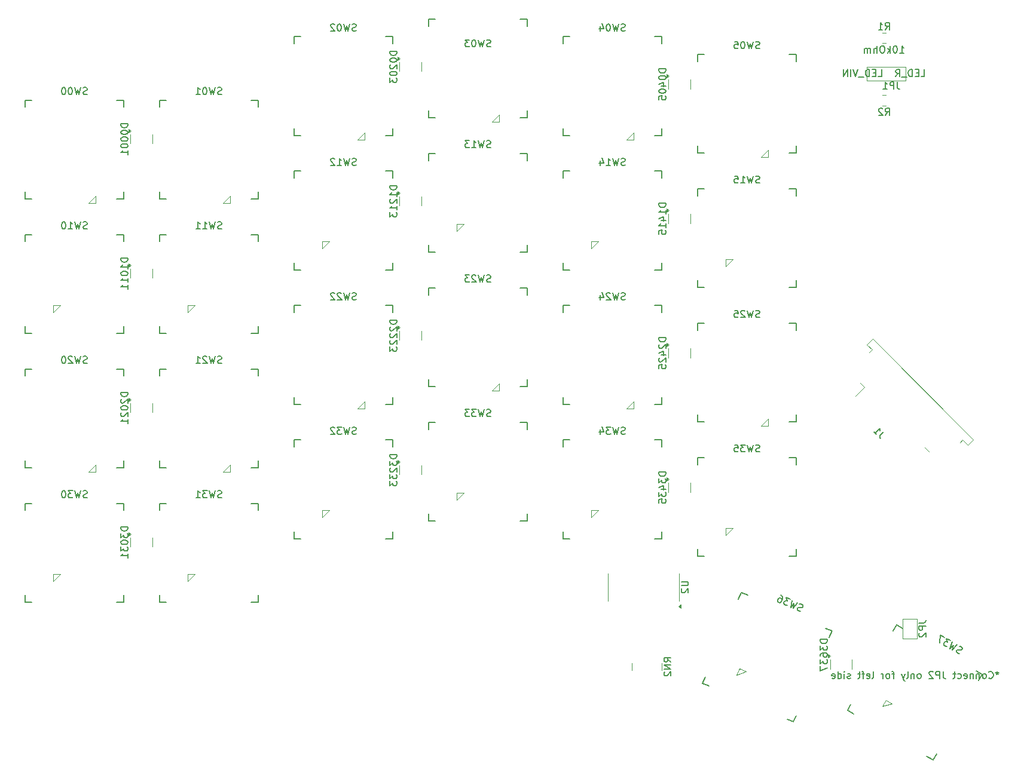
<source format=gbr>
%TF.GenerationSoftware,KiCad,Pcbnew,8.0.8-8.0.8-0~ubuntu22.04.1*%
%TF.CreationDate,2025-02-03T17:59:22-06:00*%
%TF.ProjectId,kbd,6b62642e-6b69-4636-9164-5f7063625858,rev?*%
%TF.SameCoordinates,Original*%
%TF.FileFunction,Legend,Bot*%
%TF.FilePolarity,Positive*%
%FSLAX46Y46*%
G04 Gerber Fmt 4.6, Leading zero omitted, Abs format (unit mm)*
G04 Created by KiCad (PCBNEW 8.0.8-8.0.8-0~ubuntu22.04.1) date 2025-02-03 17:59:22*
%MOMM*%
%LPD*%
G01*
G04 APERTURE LIST*
%ADD10C,0.150000*%
%ADD11C,0.100000*%
%ADD12C,0.120000*%
G04 APERTURE END LIST*
D10*
X190720363Y-133969819D02*
X190720363Y-134207914D01*
X190958458Y-134112676D02*
X190720363Y-134207914D01*
X190720363Y-134207914D02*
X190482268Y-134112676D01*
X190863220Y-134398390D02*
X190720363Y-134207914D01*
X190720363Y-134207914D02*
X190577506Y-134398390D01*
X189529887Y-134874580D02*
X189577506Y-134922200D01*
X189577506Y-134922200D02*
X189720363Y-134969819D01*
X189720363Y-134969819D02*
X189815601Y-134969819D01*
X189815601Y-134969819D02*
X189958458Y-134922200D01*
X189958458Y-134922200D02*
X190053696Y-134826961D01*
X190053696Y-134826961D02*
X190101315Y-134731723D01*
X190101315Y-134731723D02*
X190148934Y-134541247D01*
X190148934Y-134541247D02*
X190148934Y-134398390D01*
X190148934Y-134398390D02*
X190101315Y-134207914D01*
X190101315Y-134207914D02*
X190053696Y-134112676D01*
X190053696Y-134112676D02*
X189958458Y-134017438D01*
X189958458Y-134017438D02*
X189815601Y-133969819D01*
X189815601Y-133969819D02*
X189720363Y-133969819D01*
X189720363Y-133969819D02*
X189577506Y-134017438D01*
X189577506Y-134017438D02*
X189529887Y-134065057D01*
X188958458Y-134969819D02*
X189053696Y-134922200D01*
X189053696Y-134922200D02*
X189101315Y-134874580D01*
X189101315Y-134874580D02*
X189148934Y-134779342D01*
X189148934Y-134779342D02*
X189148934Y-134493628D01*
X189148934Y-134493628D02*
X189101315Y-134398390D01*
X189101315Y-134398390D02*
X189053696Y-134350771D01*
X189053696Y-134350771D02*
X188958458Y-134303152D01*
X188958458Y-134303152D02*
X188815601Y-134303152D01*
X188815601Y-134303152D02*
X188720363Y-134350771D01*
X188720363Y-134350771D02*
X188672744Y-134398390D01*
X188672744Y-134398390D02*
X188625125Y-134493628D01*
X188625125Y-134493628D02*
X188625125Y-134779342D01*
X188625125Y-134779342D02*
X188672744Y-134874580D01*
X188672744Y-134874580D02*
X188720363Y-134922200D01*
X188720363Y-134922200D02*
X188815601Y-134969819D01*
X188815601Y-134969819D02*
X188958458Y-134969819D01*
X188196553Y-134303152D02*
X188196553Y-134969819D01*
X188196553Y-134398390D02*
X188148934Y-134350771D01*
X188148934Y-134350771D02*
X188053696Y-134303152D01*
X188053696Y-134303152D02*
X187910839Y-134303152D01*
X187910839Y-134303152D02*
X187815601Y-134350771D01*
X187815601Y-134350771D02*
X187767982Y-134446009D01*
X187767982Y-134446009D02*
X187767982Y-134969819D01*
X187291791Y-134303152D02*
X187291791Y-134969819D01*
X187291791Y-134398390D02*
X187244172Y-134350771D01*
X187244172Y-134350771D02*
X187148934Y-134303152D01*
X187148934Y-134303152D02*
X187006077Y-134303152D01*
X187006077Y-134303152D02*
X186910839Y-134350771D01*
X186910839Y-134350771D02*
X186863220Y-134446009D01*
X186863220Y-134446009D02*
X186863220Y-134969819D01*
X186006077Y-134922200D02*
X186101315Y-134969819D01*
X186101315Y-134969819D02*
X186291791Y-134969819D01*
X186291791Y-134969819D02*
X186387029Y-134922200D01*
X186387029Y-134922200D02*
X186434648Y-134826961D01*
X186434648Y-134826961D02*
X186434648Y-134446009D01*
X186434648Y-134446009D02*
X186387029Y-134350771D01*
X186387029Y-134350771D02*
X186291791Y-134303152D01*
X186291791Y-134303152D02*
X186101315Y-134303152D01*
X186101315Y-134303152D02*
X186006077Y-134350771D01*
X186006077Y-134350771D02*
X185958458Y-134446009D01*
X185958458Y-134446009D02*
X185958458Y-134541247D01*
X185958458Y-134541247D02*
X186434648Y-134636485D01*
X185101315Y-134922200D02*
X185196553Y-134969819D01*
X185196553Y-134969819D02*
X185387029Y-134969819D01*
X185387029Y-134969819D02*
X185482267Y-134922200D01*
X185482267Y-134922200D02*
X185529886Y-134874580D01*
X185529886Y-134874580D02*
X185577505Y-134779342D01*
X185577505Y-134779342D02*
X185577505Y-134493628D01*
X185577505Y-134493628D02*
X185529886Y-134398390D01*
X185529886Y-134398390D02*
X185482267Y-134350771D01*
X185482267Y-134350771D02*
X185387029Y-134303152D01*
X185387029Y-134303152D02*
X185196553Y-134303152D01*
X185196553Y-134303152D02*
X185101315Y-134350771D01*
X184815600Y-134303152D02*
X184434648Y-134303152D01*
X184672743Y-133969819D02*
X184672743Y-134826961D01*
X184672743Y-134826961D02*
X184625124Y-134922200D01*
X184625124Y-134922200D02*
X184529886Y-134969819D01*
X184529886Y-134969819D02*
X184434648Y-134969819D01*
X183053695Y-133969819D02*
X183053695Y-134684104D01*
X183053695Y-134684104D02*
X183101314Y-134826961D01*
X183101314Y-134826961D02*
X183196552Y-134922200D01*
X183196552Y-134922200D02*
X183339409Y-134969819D01*
X183339409Y-134969819D02*
X183434647Y-134969819D01*
X182577504Y-134969819D02*
X182577504Y-133969819D01*
X182577504Y-133969819D02*
X182196552Y-133969819D01*
X182196552Y-133969819D02*
X182101314Y-134017438D01*
X182101314Y-134017438D02*
X182053695Y-134065057D01*
X182053695Y-134065057D02*
X182006076Y-134160295D01*
X182006076Y-134160295D02*
X182006076Y-134303152D01*
X182006076Y-134303152D02*
X182053695Y-134398390D01*
X182053695Y-134398390D02*
X182101314Y-134446009D01*
X182101314Y-134446009D02*
X182196552Y-134493628D01*
X182196552Y-134493628D02*
X182577504Y-134493628D01*
X181625123Y-134065057D02*
X181577504Y-134017438D01*
X181577504Y-134017438D02*
X181482266Y-133969819D01*
X181482266Y-133969819D02*
X181244171Y-133969819D01*
X181244171Y-133969819D02*
X181148933Y-134017438D01*
X181148933Y-134017438D02*
X181101314Y-134065057D01*
X181101314Y-134065057D02*
X181053695Y-134160295D01*
X181053695Y-134160295D02*
X181053695Y-134255533D01*
X181053695Y-134255533D02*
X181101314Y-134398390D01*
X181101314Y-134398390D02*
X181672742Y-134969819D01*
X181672742Y-134969819D02*
X181053695Y-134969819D01*
X179720361Y-134969819D02*
X179815599Y-134922200D01*
X179815599Y-134922200D02*
X179863218Y-134874580D01*
X179863218Y-134874580D02*
X179910837Y-134779342D01*
X179910837Y-134779342D02*
X179910837Y-134493628D01*
X179910837Y-134493628D02*
X179863218Y-134398390D01*
X179863218Y-134398390D02*
X179815599Y-134350771D01*
X179815599Y-134350771D02*
X179720361Y-134303152D01*
X179720361Y-134303152D02*
X179577504Y-134303152D01*
X179577504Y-134303152D02*
X179482266Y-134350771D01*
X179482266Y-134350771D02*
X179434647Y-134398390D01*
X179434647Y-134398390D02*
X179387028Y-134493628D01*
X179387028Y-134493628D02*
X179387028Y-134779342D01*
X179387028Y-134779342D02*
X179434647Y-134874580D01*
X179434647Y-134874580D02*
X179482266Y-134922200D01*
X179482266Y-134922200D02*
X179577504Y-134969819D01*
X179577504Y-134969819D02*
X179720361Y-134969819D01*
X178958456Y-134303152D02*
X178958456Y-134969819D01*
X178958456Y-134398390D02*
X178910837Y-134350771D01*
X178910837Y-134350771D02*
X178815599Y-134303152D01*
X178815599Y-134303152D02*
X178672742Y-134303152D01*
X178672742Y-134303152D02*
X178577504Y-134350771D01*
X178577504Y-134350771D02*
X178529885Y-134446009D01*
X178529885Y-134446009D02*
X178529885Y-134969819D01*
X177910837Y-134969819D02*
X178006075Y-134922200D01*
X178006075Y-134922200D02*
X178053694Y-134826961D01*
X178053694Y-134826961D02*
X178053694Y-133969819D01*
X177625122Y-134303152D02*
X177387027Y-134969819D01*
X177148932Y-134303152D02*
X177387027Y-134969819D01*
X177387027Y-134969819D02*
X177482265Y-135207914D01*
X177482265Y-135207914D02*
X177529884Y-135255533D01*
X177529884Y-135255533D02*
X177625122Y-135303152D01*
X176148931Y-134303152D02*
X175767979Y-134303152D01*
X176006074Y-134969819D02*
X176006074Y-134112676D01*
X176006074Y-134112676D02*
X175958455Y-134017438D01*
X175958455Y-134017438D02*
X175863217Y-133969819D01*
X175863217Y-133969819D02*
X175767979Y-133969819D01*
X175291788Y-134969819D02*
X175387026Y-134922200D01*
X175387026Y-134922200D02*
X175434645Y-134874580D01*
X175434645Y-134874580D02*
X175482264Y-134779342D01*
X175482264Y-134779342D02*
X175482264Y-134493628D01*
X175482264Y-134493628D02*
X175434645Y-134398390D01*
X175434645Y-134398390D02*
X175387026Y-134350771D01*
X175387026Y-134350771D02*
X175291788Y-134303152D01*
X175291788Y-134303152D02*
X175148931Y-134303152D01*
X175148931Y-134303152D02*
X175053693Y-134350771D01*
X175053693Y-134350771D02*
X175006074Y-134398390D01*
X175006074Y-134398390D02*
X174958455Y-134493628D01*
X174958455Y-134493628D02*
X174958455Y-134779342D01*
X174958455Y-134779342D02*
X175006074Y-134874580D01*
X175006074Y-134874580D02*
X175053693Y-134922200D01*
X175053693Y-134922200D02*
X175148931Y-134969819D01*
X175148931Y-134969819D02*
X175291788Y-134969819D01*
X174529883Y-134969819D02*
X174529883Y-134303152D01*
X174529883Y-134493628D02*
X174482264Y-134398390D01*
X174482264Y-134398390D02*
X174434645Y-134350771D01*
X174434645Y-134350771D02*
X174339407Y-134303152D01*
X174339407Y-134303152D02*
X174244169Y-134303152D01*
X173006073Y-134969819D02*
X173101311Y-134922200D01*
X173101311Y-134922200D02*
X173148930Y-134826961D01*
X173148930Y-134826961D02*
X173148930Y-133969819D01*
X172244168Y-134922200D02*
X172339406Y-134969819D01*
X172339406Y-134969819D02*
X172529882Y-134969819D01*
X172529882Y-134969819D02*
X172625120Y-134922200D01*
X172625120Y-134922200D02*
X172672739Y-134826961D01*
X172672739Y-134826961D02*
X172672739Y-134446009D01*
X172672739Y-134446009D02*
X172625120Y-134350771D01*
X172625120Y-134350771D02*
X172529882Y-134303152D01*
X172529882Y-134303152D02*
X172339406Y-134303152D01*
X172339406Y-134303152D02*
X172244168Y-134350771D01*
X172244168Y-134350771D02*
X172196549Y-134446009D01*
X172196549Y-134446009D02*
X172196549Y-134541247D01*
X172196549Y-134541247D02*
X172672739Y-134636485D01*
X171910834Y-134303152D02*
X171529882Y-134303152D01*
X171767977Y-134969819D02*
X171767977Y-134112676D01*
X171767977Y-134112676D02*
X171720358Y-134017438D01*
X171720358Y-134017438D02*
X171625120Y-133969819D01*
X171625120Y-133969819D02*
X171529882Y-133969819D01*
X171339405Y-134303152D02*
X170958453Y-134303152D01*
X171196548Y-133969819D02*
X171196548Y-134826961D01*
X171196548Y-134826961D02*
X171148929Y-134922200D01*
X171148929Y-134922200D02*
X171053691Y-134969819D01*
X171053691Y-134969819D02*
X170958453Y-134969819D01*
X169910833Y-134922200D02*
X169815595Y-134969819D01*
X169815595Y-134969819D02*
X169625119Y-134969819D01*
X169625119Y-134969819D02*
X169529881Y-134922200D01*
X169529881Y-134922200D02*
X169482262Y-134826961D01*
X169482262Y-134826961D02*
X169482262Y-134779342D01*
X169482262Y-134779342D02*
X169529881Y-134684104D01*
X169529881Y-134684104D02*
X169625119Y-134636485D01*
X169625119Y-134636485D02*
X169767976Y-134636485D01*
X169767976Y-134636485D02*
X169863214Y-134588866D01*
X169863214Y-134588866D02*
X169910833Y-134493628D01*
X169910833Y-134493628D02*
X169910833Y-134446009D01*
X169910833Y-134446009D02*
X169863214Y-134350771D01*
X169863214Y-134350771D02*
X169767976Y-134303152D01*
X169767976Y-134303152D02*
X169625119Y-134303152D01*
X169625119Y-134303152D02*
X169529881Y-134350771D01*
X169053690Y-134969819D02*
X169053690Y-134303152D01*
X169053690Y-133969819D02*
X169101309Y-134017438D01*
X169101309Y-134017438D02*
X169053690Y-134065057D01*
X169053690Y-134065057D02*
X169006071Y-134017438D01*
X169006071Y-134017438D02*
X169053690Y-133969819D01*
X169053690Y-133969819D02*
X169053690Y-134065057D01*
X168148929Y-134969819D02*
X168148929Y-133969819D01*
X168148929Y-134922200D02*
X168244167Y-134969819D01*
X168244167Y-134969819D02*
X168434643Y-134969819D01*
X168434643Y-134969819D02*
X168529881Y-134922200D01*
X168529881Y-134922200D02*
X168577500Y-134874580D01*
X168577500Y-134874580D02*
X168625119Y-134779342D01*
X168625119Y-134779342D02*
X168625119Y-134493628D01*
X168625119Y-134493628D02*
X168577500Y-134398390D01*
X168577500Y-134398390D02*
X168529881Y-134350771D01*
X168529881Y-134350771D02*
X168434643Y-134303152D01*
X168434643Y-134303152D02*
X168244167Y-134303152D01*
X168244167Y-134303152D02*
X168148929Y-134350771D01*
X167291786Y-134922200D02*
X167387024Y-134969819D01*
X167387024Y-134969819D02*
X167577500Y-134969819D01*
X167577500Y-134969819D02*
X167672738Y-134922200D01*
X167672738Y-134922200D02*
X167720357Y-134826961D01*
X167720357Y-134826961D02*
X167720357Y-134446009D01*
X167720357Y-134446009D02*
X167672738Y-134350771D01*
X167672738Y-134350771D02*
X167577500Y-134303152D01*
X167577500Y-134303152D02*
X167387024Y-134303152D01*
X167387024Y-134303152D02*
X167291786Y-134350771D01*
X167291786Y-134350771D02*
X167244167Y-134446009D01*
X167244167Y-134446009D02*
X167244167Y-134541247D01*
X167244167Y-134541247D02*
X167720357Y-134636485D01*
X138009523Y-43152200D02*
X137866666Y-43199819D01*
X137866666Y-43199819D02*
X137628571Y-43199819D01*
X137628571Y-43199819D02*
X137533333Y-43152200D01*
X137533333Y-43152200D02*
X137485714Y-43104580D01*
X137485714Y-43104580D02*
X137438095Y-43009342D01*
X137438095Y-43009342D02*
X137438095Y-42914104D01*
X137438095Y-42914104D02*
X137485714Y-42818866D01*
X137485714Y-42818866D02*
X137533333Y-42771247D01*
X137533333Y-42771247D02*
X137628571Y-42723628D01*
X137628571Y-42723628D02*
X137819047Y-42676009D01*
X137819047Y-42676009D02*
X137914285Y-42628390D01*
X137914285Y-42628390D02*
X137961904Y-42580771D01*
X137961904Y-42580771D02*
X138009523Y-42485533D01*
X138009523Y-42485533D02*
X138009523Y-42390295D01*
X138009523Y-42390295D02*
X137961904Y-42295057D01*
X137961904Y-42295057D02*
X137914285Y-42247438D01*
X137914285Y-42247438D02*
X137819047Y-42199819D01*
X137819047Y-42199819D02*
X137580952Y-42199819D01*
X137580952Y-42199819D02*
X137438095Y-42247438D01*
X137104761Y-42199819D02*
X136866666Y-43199819D01*
X136866666Y-43199819D02*
X136676190Y-42485533D01*
X136676190Y-42485533D02*
X136485714Y-43199819D01*
X136485714Y-43199819D02*
X136247619Y-42199819D01*
X135676190Y-42199819D02*
X135580952Y-42199819D01*
X135580952Y-42199819D02*
X135485714Y-42247438D01*
X135485714Y-42247438D02*
X135438095Y-42295057D01*
X135438095Y-42295057D02*
X135390476Y-42390295D01*
X135390476Y-42390295D02*
X135342857Y-42580771D01*
X135342857Y-42580771D02*
X135342857Y-42818866D01*
X135342857Y-42818866D02*
X135390476Y-43009342D01*
X135390476Y-43009342D02*
X135438095Y-43104580D01*
X135438095Y-43104580D02*
X135485714Y-43152200D01*
X135485714Y-43152200D02*
X135580952Y-43199819D01*
X135580952Y-43199819D02*
X135676190Y-43199819D01*
X135676190Y-43199819D02*
X135771428Y-43152200D01*
X135771428Y-43152200D02*
X135819047Y-43104580D01*
X135819047Y-43104580D02*
X135866666Y-43009342D01*
X135866666Y-43009342D02*
X135914285Y-42818866D01*
X135914285Y-42818866D02*
X135914285Y-42580771D01*
X135914285Y-42580771D02*
X135866666Y-42390295D01*
X135866666Y-42390295D02*
X135819047Y-42295057D01*
X135819047Y-42295057D02*
X135771428Y-42247438D01*
X135771428Y-42247438D02*
X135676190Y-42199819D01*
X134485714Y-42533152D02*
X134485714Y-43199819D01*
X134723809Y-42152200D02*
X134961904Y-42866485D01*
X134961904Y-42866485D02*
X134342857Y-42866485D01*
X157059523Y-45652200D02*
X156916666Y-45699819D01*
X156916666Y-45699819D02*
X156678571Y-45699819D01*
X156678571Y-45699819D02*
X156583333Y-45652200D01*
X156583333Y-45652200D02*
X156535714Y-45604580D01*
X156535714Y-45604580D02*
X156488095Y-45509342D01*
X156488095Y-45509342D02*
X156488095Y-45414104D01*
X156488095Y-45414104D02*
X156535714Y-45318866D01*
X156535714Y-45318866D02*
X156583333Y-45271247D01*
X156583333Y-45271247D02*
X156678571Y-45223628D01*
X156678571Y-45223628D02*
X156869047Y-45176009D01*
X156869047Y-45176009D02*
X156964285Y-45128390D01*
X156964285Y-45128390D02*
X157011904Y-45080771D01*
X157011904Y-45080771D02*
X157059523Y-44985533D01*
X157059523Y-44985533D02*
X157059523Y-44890295D01*
X157059523Y-44890295D02*
X157011904Y-44795057D01*
X157011904Y-44795057D02*
X156964285Y-44747438D01*
X156964285Y-44747438D02*
X156869047Y-44699819D01*
X156869047Y-44699819D02*
X156630952Y-44699819D01*
X156630952Y-44699819D02*
X156488095Y-44747438D01*
X156154761Y-44699819D02*
X155916666Y-45699819D01*
X155916666Y-45699819D02*
X155726190Y-44985533D01*
X155726190Y-44985533D02*
X155535714Y-45699819D01*
X155535714Y-45699819D02*
X155297619Y-44699819D01*
X154726190Y-44699819D02*
X154630952Y-44699819D01*
X154630952Y-44699819D02*
X154535714Y-44747438D01*
X154535714Y-44747438D02*
X154488095Y-44795057D01*
X154488095Y-44795057D02*
X154440476Y-44890295D01*
X154440476Y-44890295D02*
X154392857Y-45080771D01*
X154392857Y-45080771D02*
X154392857Y-45318866D01*
X154392857Y-45318866D02*
X154440476Y-45509342D01*
X154440476Y-45509342D02*
X154488095Y-45604580D01*
X154488095Y-45604580D02*
X154535714Y-45652200D01*
X154535714Y-45652200D02*
X154630952Y-45699819D01*
X154630952Y-45699819D02*
X154726190Y-45699819D01*
X154726190Y-45699819D02*
X154821428Y-45652200D01*
X154821428Y-45652200D02*
X154869047Y-45604580D01*
X154869047Y-45604580D02*
X154916666Y-45509342D01*
X154916666Y-45509342D02*
X154964285Y-45318866D01*
X154964285Y-45318866D02*
X154964285Y-45080771D01*
X154964285Y-45080771D02*
X154916666Y-44890295D01*
X154916666Y-44890295D02*
X154869047Y-44795057D01*
X154869047Y-44795057D02*
X154821428Y-44747438D01*
X154821428Y-44747438D02*
X154726190Y-44699819D01*
X153488095Y-44699819D02*
X153964285Y-44699819D01*
X153964285Y-44699819D02*
X154011904Y-45176009D01*
X154011904Y-45176009D02*
X153964285Y-45128390D01*
X153964285Y-45128390D02*
X153869047Y-45080771D01*
X153869047Y-45080771D02*
X153630952Y-45080771D01*
X153630952Y-45080771D02*
X153535714Y-45128390D01*
X153535714Y-45128390D02*
X153488095Y-45176009D01*
X153488095Y-45176009D02*
X153440476Y-45271247D01*
X153440476Y-45271247D02*
X153440476Y-45509342D01*
X153440476Y-45509342D02*
X153488095Y-45604580D01*
X153488095Y-45604580D02*
X153535714Y-45652200D01*
X153535714Y-45652200D02*
X153630952Y-45699819D01*
X153630952Y-45699819D02*
X153869047Y-45699819D01*
X153869047Y-45699819D02*
X153964285Y-45652200D01*
X153964285Y-45652200D02*
X154011904Y-45604580D01*
X118959523Y-59702200D02*
X118816666Y-59749819D01*
X118816666Y-59749819D02*
X118578571Y-59749819D01*
X118578571Y-59749819D02*
X118483333Y-59702200D01*
X118483333Y-59702200D02*
X118435714Y-59654580D01*
X118435714Y-59654580D02*
X118388095Y-59559342D01*
X118388095Y-59559342D02*
X118388095Y-59464104D01*
X118388095Y-59464104D02*
X118435714Y-59368866D01*
X118435714Y-59368866D02*
X118483333Y-59321247D01*
X118483333Y-59321247D02*
X118578571Y-59273628D01*
X118578571Y-59273628D02*
X118769047Y-59226009D01*
X118769047Y-59226009D02*
X118864285Y-59178390D01*
X118864285Y-59178390D02*
X118911904Y-59130771D01*
X118911904Y-59130771D02*
X118959523Y-59035533D01*
X118959523Y-59035533D02*
X118959523Y-58940295D01*
X118959523Y-58940295D02*
X118911904Y-58845057D01*
X118911904Y-58845057D02*
X118864285Y-58797438D01*
X118864285Y-58797438D02*
X118769047Y-58749819D01*
X118769047Y-58749819D02*
X118530952Y-58749819D01*
X118530952Y-58749819D02*
X118388095Y-58797438D01*
X118054761Y-58749819D02*
X117816666Y-59749819D01*
X117816666Y-59749819D02*
X117626190Y-59035533D01*
X117626190Y-59035533D02*
X117435714Y-59749819D01*
X117435714Y-59749819D02*
X117197619Y-58749819D01*
X116292857Y-59749819D02*
X116864285Y-59749819D01*
X116578571Y-59749819D02*
X116578571Y-58749819D01*
X116578571Y-58749819D02*
X116673809Y-58892676D01*
X116673809Y-58892676D02*
X116769047Y-58987914D01*
X116769047Y-58987914D02*
X116864285Y-59035533D01*
X115959523Y-58749819D02*
X115340476Y-58749819D01*
X115340476Y-58749819D02*
X115673809Y-59130771D01*
X115673809Y-59130771D02*
X115530952Y-59130771D01*
X115530952Y-59130771D02*
X115435714Y-59178390D01*
X115435714Y-59178390D02*
X115388095Y-59226009D01*
X115388095Y-59226009D02*
X115340476Y-59321247D01*
X115340476Y-59321247D02*
X115340476Y-59559342D01*
X115340476Y-59559342D02*
X115388095Y-59654580D01*
X115388095Y-59654580D02*
X115435714Y-59702200D01*
X115435714Y-59702200D02*
X115530952Y-59749819D01*
X115530952Y-59749819D02*
X115816666Y-59749819D01*
X115816666Y-59749819D02*
X115911904Y-59702200D01*
X115911904Y-59702200D02*
X115959523Y-59654580D01*
X118959523Y-97802200D02*
X118816666Y-97849819D01*
X118816666Y-97849819D02*
X118578571Y-97849819D01*
X118578571Y-97849819D02*
X118483333Y-97802200D01*
X118483333Y-97802200D02*
X118435714Y-97754580D01*
X118435714Y-97754580D02*
X118388095Y-97659342D01*
X118388095Y-97659342D02*
X118388095Y-97564104D01*
X118388095Y-97564104D02*
X118435714Y-97468866D01*
X118435714Y-97468866D02*
X118483333Y-97421247D01*
X118483333Y-97421247D02*
X118578571Y-97373628D01*
X118578571Y-97373628D02*
X118769047Y-97326009D01*
X118769047Y-97326009D02*
X118864285Y-97278390D01*
X118864285Y-97278390D02*
X118911904Y-97230771D01*
X118911904Y-97230771D02*
X118959523Y-97135533D01*
X118959523Y-97135533D02*
X118959523Y-97040295D01*
X118959523Y-97040295D02*
X118911904Y-96945057D01*
X118911904Y-96945057D02*
X118864285Y-96897438D01*
X118864285Y-96897438D02*
X118769047Y-96849819D01*
X118769047Y-96849819D02*
X118530952Y-96849819D01*
X118530952Y-96849819D02*
X118388095Y-96897438D01*
X118054761Y-96849819D02*
X117816666Y-97849819D01*
X117816666Y-97849819D02*
X117626190Y-97135533D01*
X117626190Y-97135533D02*
X117435714Y-97849819D01*
X117435714Y-97849819D02*
X117197619Y-96849819D01*
X116911904Y-96849819D02*
X116292857Y-96849819D01*
X116292857Y-96849819D02*
X116626190Y-97230771D01*
X116626190Y-97230771D02*
X116483333Y-97230771D01*
X116483333Y-97230771D02*
X116388095Y-97278390D01*
X116388095Y-97278390D02*
X116340476Y-97326009D01*
X116340476Y-97326009D02*
X116292857Y-97421247D01*
X116292857Y-97421247D02*
X116292857Y-97659342D01*
X116292857Y-97659342D02*
X116340476Y-97754580D01*
X116340476Y-97754580D02*
X116388095Y-97802200D01*
X116388095Y-97802200D02*
X116483333Y-97849819D01*
X116483333Y-97849819D02*
X116769047Y-97849819D01*
X116769047Y-97849819D02*
X116864285Y-97802200D01*
X116864285Y-97802200D02*
X116911904Y-97754580D01*
X115959523Y-96849819D02*
X115340476Y-96849819D01*
X115340476Y-96849819D02*
X115673809Y-97230771D01*
X115673809Y-97230771D02*
X115530952Y-97230771D01*
X115530952Y-97230771D02*
X115435714Y-97278390D01*
X115435714Y-97278390D02*
X115388095Y-97326009D01*
X115388095Y-97326009D02*
X115340476Y-97421247D01*
X115340476Y-97421247D02*
X115340476Y-97659342D01*
X115340476Y-97659342D02*
X115388095Y-97754580D01*
X115388095Y-97754580D02*
X115435714Y-97802200D01*
X115435714Y-97802200D02*
X115530952Y-97849819D01*
X115530952Y-97849819D02*
X115816666Y-97849819D01*
X115816666Y-97849819D02*
X115911904Y-97802200D01*
X115911904Y-97802200D02*
X115959523Y-97754580D01*
X185363493Y-131457408D02*
X185215966Y-131427219D01*
X185215966Y-131427219D02*
X185009769Y-131308171D01*
X185009769Y-131308171D02*
X184951100Y-131219313D01*
X184951100Y-131219313D02*
X184933670Y-131154264D01*
X184933670Y-131154264D02*
X184940050Y-131047976D01*
X184940050Y-131047976D02*
X184987669Y-130965497D01*
X184987669Y-130965497D02*
X185076527Y-130906828D01*
X185076527Y-130906828D02*
X185141576Y-130889398D01*
X185141576Y-130889398D02*
X185247864Y-130895778D01*
X185247864Y-130895778D02*
X185436631Y-130949777D01*
X185436631Y-130949777D02*
X185542919Y-130956157D01*
X185542919Y-130956157D02*
X185607968Y-130938727D01*
X185607968Y-130938727D02*
X185696826Y-130880058D01*
X185696826Y-130880058D02*
X185744445Y-130797579D01*
X185744445Y-130797579D02*
X185750825Y-130691291D01*
X185750825Y-130691291D02*
X185733395Y-130626242D01*
X185733395Y-130626242D02*
X185674726Y-130537384D01*
X185674726Y-130537384D02*
X185468530Y-130418336D01*
X185468530Y-130418336D02*
X185321002Y-130388147D01*
X185056137Y-130180241D02*
X184349940Y-130927219D01*
X184349940Y-130927219D02*
X184542126Y-130213391D01*
X184542126Y-130213391D02*
X184020026Y-130736742D01*
X184020026Y-130736742D02*
X184313829Y-129751669D01*
X184066394Y-129608812D02*
X183530283Y-129299289D01*
X183530283Y-129299289D02*
X183628482Y-129795870D01*
X183628482Y-129795870D02*
X183504764Y-129724441D01*
X183504764Y-129724441D02*
X183398475Y-129718061D01*
X183398475Y-129718061D02*
X183333427Y-129735491D01*
X183333427Y-129735491D02*
X183244568Y-129794160D01*
X183244568Y-129794160D02*
X183125521Y-130000357D01*
X183125521Y-130000357D02*
X183119141Y-130106645D01*
X183119141Y-130106645D02*
X183136571Y-130171694D01*
X183136571Y-130171694D02*
X183195240Y-130260552D01*
X183195240Y-130260552D02*
X183442676Y-130403409D01*
X183442676Y-130403409D02*
X183548964Y-130409789D01*
X183548964Y-130409789D02*
X183614013Y-130392359D01*
X183241607Y-129132622D02*
X182664257Y-128799289D01*
X182664257Y-128799289D02*
X182535411Y-129879600D01*
X157059523Y-64702200D02*
X156916666Y-64749819D01*
X156916666Y-64749819D02*
X156678571Y-64749819D01*
X156678571Y-64749819D02*
X156583333Y-64702200D01*
X156583333Y-64702200D02*
X156535714Y-64654580D01*
X156535714Y-64654580D02*
X156488095Y-64559342D01*
X156488095Y-64559342D02*
X156488095Y-64464104D01*
X156488095Y-64464104D02*
X156535714Y-64368866D01*
X156535714Y-64368866D02*
X156583333Y-64321247D01*
X156583333Y-64321247D02*
X156678571Y-64273628D01*
X156678571Y-64273628D02*
X156869047Y-64226009D01*
X156869047Y-64226009D02*
X156964285Y-64178390D01*
X156964285Y-64178390D02*
X157011904Y-64130771D01*
X157011904Y-64130771D02*
X157059523Y-64035533D01*
X157059523Y-64035533D02*
X157059523Y-63940295D01*
X157059523Y-63940295D02*
X157011904Y-63845057D01*
X157011904Y-63845057D02*
X156964285Y-63797438D01*
X156964285Y-63797438D02*
X156869047Y-63749819D01*
X156869047Y-63749819D02*
X156630952Y-63749819D01*
X156630952Y-63749819D02*
X156488095Y-63797438D01*
X156154761Y-63749819D02*
X155916666Y-64749819D01*
X155916666Y-64749819D02*
X155726190Y-64035533D01*
X155726190Y-64035533D02*
X155535714Y-64749819D01*
X155535714Y-64749819D02*
X155297619Y-63749819D01*
X154392857Y-64749819D02*
X154964285Y-64749819D01*
X154678571Y-64749819D02*
X154678571Y-63749819D01*
X154678571Y-63749819D02*
X154773809Y-63892676D01*
X154773809Y-63892676D02*
X154869047Y-63987914D01*
X154869047Y-63987914D02*
X154964285Y-64035533D01*
X153488095Y-63749819D02*
X153964285Y-63749819D01*
X153964285Y-63749819D02*
X154011904Y-64226009D01*
X154011904Y-64226009D02*
X153964285Y-64178390D01*
X153964285Y-64178390D02*
X153869047Y-64130771D01*
X153869047Y-64130771D02*
X153630952Y-64130771D01*
X153630952Y-64130771D02*
X153535714Y-64178390D01*
X153535714Y-64178390D02*
X153488095Y-64226009D01*
X153488095Y-64226009D02*
X153440476Y-64321247D01*
X153440476Y-64321247D02*
X153440476Y-64559342D01*
X153440476Y-64559342D02*
X153488095Y-64654580D01*
X153488095Y-64654580D02*
X153535714Y-64702200D01*
X153535714Y-64702200D02*
X153630952Y-64749819D01*
X153630952Y-64749819D02*
X153869047Y-64749819D01*
X153869047Y-64749819D02*
X153964285Y-64702200D01*
X153964285Y-64702200D02*
X154011904Y-64654580D01*
X138009523Y-62202200D02*
X137866666Y-62249819D01*
X137866666Y-62249819D02*
X137628571Y-62249819D01*
X137628571Y-62249819D02*
X137533333Y-62202200D01*
X137533333Y-62202200D02*
X137485714Y-62154580D01*
X137485714Y-62154580D02*
X137438095Y-62059342D01*
X137438095Y-62059342D02*
X137438095Y-61964104D01*
X137438095Y-61964104D02*
X137485714Y-61868866D01*
X137485714Y-61868866D02*
X137533333Y-61821247D01*
X137533333Y-61821247D02*
X137628571Y-61773628D01*
X137628571Y-61773628D02*
X137819047Y-61726009D01*
X137819047Y-61726009D02*
X137914285Y-61678390D01*
X137914285Y-61678390D02*
X137961904Y-61630771D01*
X137961904Y-61630771D02*
X138009523Y-61535533D01*
X138009523Y-61535533D02*
X138009523Y-61440295D01*
X138009523Y-61440295D02*
X137961904Y-61345057D01*
X137961904Y-61345057D02*
X137914285Y-61297438D01*
X137914285Y-61297438D02*
X137819047Y-61249819D01*
X137819047Y-61249819D02*
X137580952Y-61249819D01*
X137580952Y-61249819D02*
X137438095Y-61297438D01*
X137104761Y-61249819D02*
X136866666Y-62249819D01*
X136866666Y-62249819D02*
X136676190Y-61535533D01*
X136676190Y-61535533D02*
X136485714Y-62249819D01*
X136485714Y-62249819D02*
X136247619Y-61249819D01*
X135342857Y-62249819D02*
X135914285Y-62249819D01*
X135628571Y-62249819D02*
X135628571Y-61249819D01*
X135628571Y-61249819D02*
X135723809Y-61392676D01*
X135723809Y-61392676D02*
X135819047Y-61487914D01*
X135819047Y-61487914D02*
X135914285Y-61535533D01*
X134485714Y-61583152D02*
X134485714Y-62249819D01*
X134723809Y-61202200D02*
X134961904Y-61916485D01*
X134961904Y-61916485D02*
X134342857Y-61916485D01*
X80859523Y-109302200D02*
X80716666Y-109349819D01*
X80716666Y-109349819D02*
X80478571Y-109349819D01*
X80478571Y-109349819D02*
X80383333Y-109302200D01*
X80383333Y-109302200D02*
X80335714Y-109254580D01*
X80335714Y-109254580D02*
X80288095Y-109159342D01*
X80288095Y-109159342D02*
X80288095Y-109064104D01*
X80288095Y-109064104D02*
X80335714Y-108968866D01*
X80335714Y-108968866D02*
X80383333Y-108921247D01*
X80383333Y-108921247D02*
X80478571Y-108873628D01*
X80478571Y-108873628D02*
X80669047Y-108826009D01*
X80669047Y-108826009D02*
X80764285Y-108778390D01*
X80764285Y-108778390D02*
X80811904Y-108730771D01*
X80811904Y-108730771D02*
X80859523Y-108635533D01*
X80859523Y-108635533D02*
X80859523Y-108540295D01*
X80859523Y-108540295D02*
X80811904Y-108445057D01*
X80811904Y-108445057D02*
X80764285Y-108397438D01*
X80764285Y-108397438D02*
X80669047Y-108349819D01*
X80669047Y-108349819D02*
X80430952Y-108349819D01*
X80430952Y-108349819D02*
X80288095Y-108397438D01*
X79954761Y-108349819D02*
X79716666Y-109349819D01*
X79716666Y-109349819D02*
X79526190Y-108635533D01*
X79526190Y-108635533D02*
X79335714Y-109349819D01*
X79335714Y-109349819D02*
X79097619Y-108349819D01*
X78811904Y-108349819D02*
X78192857Y-108349819D01*
X78192857Y-108349819D02*
X78526190Y-108730771D01*
X78526190Y-108730771D02*
X78383333Y-108730771D01*
X78383333Y-108730771D02*
X78288095Y-108778390D01*
X78288095Y-108778390D02*
X78240476Y-108826009D01*
X78240476Y-108826009D02*
X78192857Y-108921247D01*
X78192857Y-108921247D02*
X78192857Y-109159342D01*
X78192857Y-109159342D02*
X78240476Y-109254580D01*
X78240476Y-109254580D02*
X78288095Y-109302200D01*
X78288095Y-109302200D02*
X78383333Y-109349819D01*
X78383333Y-109349819D02*
X78669047Y-109349819D01*
X78669047Y-109349819D02*
X78764285Y-109302200D01*
X78764285Y-109302200D02*
X78811904Y-109254580D01*
X77240476Y-109349819D02*
X77811904Y-109349819D01*
X77526190Y-109349819D02*
X77526190Y-108349819D01*
X77526190Y-108349819D02*
X77621428Y-108492676D01*
X77621428Y-108492676D02*
X77716666Y-108587914D01*
X77716666Y-108587914D02*
X77811904Y-108635533D01*
X118959523Y-45407200D02*
X118816666Y-45454819D01*
X118816666Y-45454819D02*
X118578571Y-45454819D01*
X118578571Y-45454819D02*
X118483333Y-45407200D01*
X118483333Y-45407200D02*
X118435714Y-45359580D01*
X118435714Y-45359580D02*
X118388095Y-45264342D01*
X118388095Y-45264342D02*
X118388095Y-45169104D01*
X118388095Y-45169104D02*
X118435714Y-45073866D01*
X118435714Y-45073866D02*
X118483333Y-45026247D01*
X118483333Y-45026247D02*
X118578571Y-44978628D01*
X118578571Y-44978628D02*
X118769047Y-44931009D01*
X118769047Y-44931009D02*
X118864285Y-44883390D01*
X118864285Y-44883390D02*
X118911904Y-44835771D01*
X118911904Y-44835771D02*
X118959523Y-44740533D01*
X118959523Y-44740533D02*
X118959523Y-44645295D01*
X118959523Y-44645295D02*
X118911904Y-44550057D01*
X118911904Y-44550057D02*
X118864285Y-44502438D01*
X118864285Y-44502438D02*
X118769047Y-44454819D01*
X118769047Y-44454819D02*
X118530952Y-44454819D01*
X118530952Y-44454819D02*
X118388095Y-44502438D01*
X118054761Y-44454819D02*
X117816666Y-45454819D01*
X117816666Y-45454819D02*
X117626190Y-44740533D01*
X117626190Y-44740533D02*
X117435714Y-45454819D01*
X117435714Y-45454819D02*
X117197619Y-44454819D01*
X116626190Y-44454819D02*
X116530952Y-44454819D01*
X116530952Y-44454819D02*
X116435714Y-44502438D01*
X116435714Y-44502438D02*
X116388095Y-44550057D01*
X116388095Y-44550057D02*
X116340476Y-44645295D01*
X116340476Y-44645295D02*
X116292857Y-44835771D01*
X116292857Y-44835771D02*
X116292857Y-45073866D01*
X116292857Y-45073866D02*
X116340476Y-45264342D01*
X116340476Y-45264342D02*
X116388095Y-45359580D01*
X116388095Y-45359580D02*
X116435714Y-45407200D01*
X116435714Y-45407200D02*
X116530952Y-45454819D01*
X116530952Y-45454819D02*
X116626190Y-45454819D01*
X116626190Y-45454819D02*
X116721428Y-45407200D01*
X116721428Y-45407200D02*
X116769047Y-45359580D01*
X116769047Y-45359580D02*
X116816666Y-45264342D01*
X116816666Y-45264342D02*
X116864285Y-45073866D01*
X116864285Y-45073866D02*
X116864285Y-44835771D01*
X116864285Y-44835771D02*
X116816666Y-44645295D01*
X116816666Y-44645295D02*
X116769047Y-44550057D01*
X116769047Y-44550057D02*
X116721428Y-44502438D01*
X116721428Y-44502438D02*
X116626190Y-44454819D01*
X115959523Y-44454819D02*
X115340476Y-44454819D01*
X115340476Y-44454819D02*
X115673809Y-44835771D01*
X115673809Y-44835771D02*
X115530952Y-44835771D01*
X115530952Y-44835771D02*
X115435714Y-44883390D01*
X115435714Y-44883390D02*
X115388095Y-44931009D01*
X115388095Y-44931009D02*
X115340476Y-45026247D01*
X115340476Y-45026247D02*
X115340476Y-45264342D01*
X115340476Y-45264342D02*
X115388095Y-45359580D01*
X115388095Y-45359580D02*
X115435714Y-45407200D01*
X115435714Y-45407200D02*
X115530952Y-45454819D01*
X115530952Y-45454819D02*
X115816666Y-45454819D01*
X115816666Y-45454819D02*
X115911904Y-45407200D01*
X115911904Y-45407200D02*
X115959523Y-45359580D01*
X138009523Y-81252200D02*
X137866666Y-81299819D01*
X137866666Y-81299819D02*
X137628571Y-81299819D01*
X137628571Y-81299819D02*
X137533333Y-81252200D01*
X137533333Y-81252200D02*
X137485714Y-81204580D01*
X137485714Y-81204580D02*
X137438095Y-81109342D01*
X137438095Y-81109342D02*
X137438095Y-81014104D01*
X137438095Y-81014104D02*
X137485714Y-80918866D01*
X137485714Y-80918866D02*
X137533333Y-80871247D01*
X137533333Y-80871247D02*
X137628571Y-80823628D01*
X137628571Y-80823628D02*
X137819047Y-80776009D01*
X137819047Y-80776009D02*
X137914285Y-80728390D01*
X137914285Y-80728390D02*
X137961904Y-80680771D01*
X137961904Y-80680771D02*
X138009523Y-80585533D01*
X138009523Y-80585533D02*
X138009523Y-80490295D01*
X138009523Y-80490295D02*
X137961904Y-80395057D01*
X137961904Y-80395057D02*
X137914285Y-80347438D01*
X137914285Y-80347438D02*
X137819047Y-80299819D01*
X137819047Y-80299819D02*
X137580952Y-80299819D01*
X137580952Y-80299819D02*
X137438095Y-80347438D01*
X137104761Y-80299819D02*
X136866666Y-81299819D01*
X136866666Y-81299819D02*
X136676190Y-80585533D01*
X136676190Y-80585533D02*
X136485714Y-81299819D01*
X136485714Y-81299819D02*
X136247619Y-80299819D01*
X135914285Y-80395057D02*
X135866666Y-80347438D01*
X135866666Y-80347438D02*
X135771428Y-80299819D01*
X135771428Y-80299819D02*
X135533333Y-80299819D01*
X135533333Y-80299819D02*
X135438095Y-80347438D01*
X135438095Y-80347438D02*
X135390476Y-80395057D01*
X135390476Y-80395057D02*
X135342857Y-80490295D01*
X135342857Y-80490295D02*
X135342857Y-80585533D01*
X135342857Y-80585533D02*
X135390476Y-80728390D01*
X135390476Y-80728390D02*
X135961904Y-81299819D01*
X135961904Y-81299819D02*
X135342857Y-81299819D01*
X134485714Y-80633152D02*
X134485714Y-81299819D01*
X134723809Y-80252200D02*
X134961904Y-80966485D01*
X134961904Y-80966485D02*
X134342857Y-80966485D01*
X80859523Y-90252200D02*
X80716666Y-90299819D01*
X80716666Y-90299819D02*
X80478571Y-90299819D01*
X80478571Y-90299819D02*
X80383333Y-90252200D01*
X80383333Y-90252200D02*
X80335714Y-90204580D01*
X80335714Y-90204580D02*
X80288095Y-90109342D01*
X80288095Y-90109342D02*
X80288095Y-90014104D01*
X80288095Y-90014104D02*
X80335714Y-89918866D01*
X80335714Y-89918866D02*
X80383333Y-89871247D01*
X80383333Y-89871247D02*
X80478571Y-89823628D01*
X80478571Y-89823628D02*
X80669047Y-89776009D01*
X80669047Y-89776009D02*
X80764285Y-89728390D01*
X80764285Y-89728390D02*
X80811904Y-89680771D01*
X80811904Y-89680771D02*
X80859523Y-89585533D01*
X80859523Y-89585533D02*
X80859523Y-89490295D01*
X80859523Y-89490295D02*
X80811904Y-89395057D01*
X80811904Y-89395057D02*
X80764285Y-89347438D01*
X80764285Y-89347438D02*
X80669047Y-89299819D01*
X80669047Y-89299819D02*
X80430952Y-89299819D01*
X80430952Y-89299819D02*
X80288095Y-89347438D01*
X79954761Y-89299819D02*
X79716666Y-90299819D01*
X79716666Y-90299819D02*
X79526190Y-89585533D01*
X79526190Y-89585533D02*
X79335714Y-90299819D01*
X79335714Y-90299819D02*
X79097619Y-89299819D01*
X78764285Y-89395057D02*
X78716666Y-89347438D01*
X78716666Y-89347438D02*
X78621428Y-89299819D01*
X78621428Y-89299819D02*
X78383333Y-89299819D01*
X78383333Y-89299819D02*
X78288095Y-89347438D01*
X78288095Y-89347438D02*
X78240476Y-89395057D01*
X78240476Y-89395057D02*
X78192857Y-89490295D01*
X78192857Y-89490295D02*
X78192857Y-89585533D01*
X78192857Y-89585533D02*
X78240476Y-89728390D01*
X78240476Y-89728390D02*
X78811904Y-90299819D01*
X78811904Y-90299819D02*
X78192857Y-90299819D01*
X77240476Y-90299819D02*
X77811904Y-90299819D01*
X77526190Y-90299819D02*
X77526190Y-89299819D01*
X77526190Y-89299819D02*
X77621428Y-89442676D01*
X77621428Y-89442676D02*
X77716666Y-89537914D01*
X77716666Y-89537914D02*
X77811904Y-89585533D01*
X138009523Y-100302200D02*
X137866666Y-100349819D01*
X137866666Y-100349819D02*
X137628571Y-100349819D01*
X137628571Y-100349819D02*
X137533333Y-100302200D01*
X137533333Y-100302200D02*
X137485714Y-100254580D01*
X137485714Y-100254580D02*
X137438095Y-100159342D01*
X137438095Y-100159342D02*
X137438095Y-100064104D01*
X137438095Y-100064104D02*
X137485714Y-99968866D01*
X137485714Y-99968866D02*
X137533333Y-99921247D01*
X137533333Y-99921247D02*
X137628571Y-99873628D01*
X137628571Y-99873628D02*
X137819047Y-99826009D01*
X137819047Y-99826009D02*
X137914285Y-99778390D01*
X137914285Y-99778390D02*
X137961904Y-99730771D01*
X137961904Y-99730771D02*
X138009523Y-99635533D01*
X138009523Y-99635533D02*
X138009523Y-99540295D01*
X138009523Y-99540295D02*
X137961904Y-99445057D01*
X137961904Y-99445057D02*
X137914285Y-99397438D01*
X137914285Y-99397438D02*
X137819047Y-99349819D01*
X137819047Y-99349819D02*
X137580952Y-99349819D01*
X137580952Y-99349819D02*
X137438095Y-99397438D01*
X137104761Y-99349819D02*
X136866666Y-100349819D01*
X136866666Y-100349819D02*
X136676190Y-99635533D01*
X136676190Y-99635533D02*
X136485714Y-100349819D01*
X136485714Y-100349819D02*
X136247619Y-99349819D01*
X135961904Y-99349819D02*
X135342857Y-99349819D01*
X135342857Y-99349819D02*
X135676190Y-99730771D01*
X135676190Y-99730771D02*
X135533333Y-99730771D01*
X135533333Y-99730771D02*
X135438095Y-99778390D01*
X135438095Y-99778390D02*
X135390476Y-99826009D01*
X135390476Y-99826009D02*
X135342857Y-99921247D01*
X135342857Y-99921247D02*
X135342857Y-100159342D01*
X135342857Y-100159342D02*
X135390476Y-100254580D01*
X135390476Y-100254580D02*
X135438095Y-100302200D01*
X135438095Y-100302200D02*
X135533333Y-100349819D01*
X135533333Y-100349819D02*
X135819047Y-100349819D01*
X135819047Y-100349819D02*
X135914285Y-100302200D01*
X135914285Y-100302200D02*
X135961904Y-100254580D01*
X134485714Y-99683152D02*
X134485714Y-100349819D01*
X134723809Y-99302200D02*
X134961904Y-100016485D01*
X134961904Y-100016485D02*
X134342857Y-100016485D01*
X80859523Y-71202200D02*
X80716666Y-71249819D01*
X80716666Y-71249819D02*
X80478571Y-71249819D01*
X80478571Y-71249819D02*
X80383333Y-71202200D01*
X80383333Y-71202200D02*
X80335714Y-71154580D01*
X80335714Y-71154580D02*
X80288095Y-71059342D01*
X80288095Y-71059342D02*
X80288095Y-70964104D01*
X80288095Y-70964104D02*
X80335714Y-70868866D01*
X80335714Y-70868866D02*
X80383333Y-70821247D01*
X80383333Y-70821247D02*
X80478571Y-70773628D01*
X80478571Y-70773628D02*
X80669047Y-70726009D01*
X80669047Y-70726009D02*
X80764285Y-70678390D01*
X80764285Y-70678390D02*
X80811904Y-70630771D01*
X80811904Y-70630771D02*
X80859523Y-70535533D01*
X80859523Y-70535533D02*
X80859523Y-70440295D01*
X80859523Y-70440295D02*
X80811904Y-70345057D01*
X80811904Y-70345057D02*
X80764285Y-70297438D01*
X80764285Y-70297438D02*
X80669047Y-70249819D01*
X80669047Y-70249819D02*
X80430952Y-70249819D01*
X80430952Y-70249819D02*
X80288095Y-70297438D01*
X79954761Y-70249819D02*
X79716666Y-71249819D01*
X79716666Y-71249819D02*
X79526190Y-70535533D01*
X79526190Y-70535533D02*
X79335714Y-71249819D01*
X79335714Y-71249819D02*
X79097619Y-70249819D01*
X78192857Y-71249819D02*
X78764285Y-71249819D01*
X78478571Y-71249819D02*
X78478571Y-70249819D01*
X78478571Y-70249819D02*
X78573809Y-70392676D01*
X78573809Y-70392676D02*
X78669047Y-70487914D01*
X78669047Y-70487914D02*
X78764285Y-70535533D01*
X77240476Y-71249819D02*
X77811904Y-71249819D01*
X77526190Y-71249819D02*
X77526190Y-70249819D01*
X77526190Y-70249819D02*
X77621428Y-70392676D01*
X77621428Y-70392676D02*
X77716666Y-70487914D01*
X77716666Y-70487914D02*
X77811904Y-70535533D01*
X61809523Y-109302200D02*
X61666666Y-109349819D01*
X61666666Y-109349819D02*
X61428571Y-109349819D01*
X61428571Y-109349819D02*
X61333333Y-109302200D01*
X61333333Y-109302200D02*
X61285714Y-109254580D01*
X61285714Y-109254580D02*
X61238095Y-109159342D01*
X61238095Y-109159342D02*
X61238095Y-109064104D01*
X61238095Y-109064104D02*
X61285714Y-108968866D01*
X61285714Y-108968866D02*
X61333333Y-108921247D01*
X61333333Y-108921247D02*
X61428571Y-108873628D01*
X61428571Y-108873628D02*
X61619047Y-108826009D01*
X61619047Y-108826009D02*
X61714285Y-108778390D01*
X61714285Y-108778390D02*
X61761904Y-108730771D01*
X61761904Y-108730771D02*
X61809523Y-108635533D01*
X61809523Y-108635533D02*
X61809523Y-108540295D01*
X61809523Y-108540295D02*
X61761904Y-108445057D01*
X61761904Y-108445057D02*
X61714285Y-108397438D01*
X61714285Y-108397438D02*
X61619047Y-108349819D01*
X61619047Y-108349819D02*
X61380952Y-108349819D01*
X61380952Y-108349819D02*
X61238095Y-108397438D01*
X60904761Y-108349819D02*
X60666666Y-109349819D01*
X60666666Y-109349819D02*
X60476190Y-108635533D01*
X60476190Y-108635533D02*
X60285714Y-109349819D01*
X60285714Y-109349819D02*
X60047619Y-108349819D01*
X59761904Y-108349819D02*
X59142857Y-108349819D01*
X59142857Y-108349819D02*
X59476190Y-108730771D01*
X59476190Y-108730771D02*
X59333333Y-108730771D01*
X59333333Y-108730771D02*
X59238095Y-108778390D01*
X59238095Y-108778390D02*
X59190476Y-108826009D01*
X59190476Y-108826009D02*
X59142857Y-108921247D01*
X59142857Y-108921247D02*
X59142857Y-109159342D01*
X59142857Y-109159342D02*
X59190476Y-109254580D01*
X59190476Y-109254580D02*
X59238095Y-109302200D01*
X59238095Y-109302200D02*
X59333333Y-109349819D01*
X59333333Y-109349819D02*
X59619047Y-109349819D01*
X59619047Y-109349819D02*
X59714285Y-109302200D01*
X59714285Y-109302200D02*
X59761904Y-109254580D01*
X58523809Y-108349819D02*
X58428571Y-108349819D01*
X58428571Y-108349819D02*
X58333333Y-108397438D01*
X58333333Y-108397438D02*
X58285714Y-108445057D01*
X58285714Y-108445057D02*
X58238095Y-108540295D01*
X58238095Y-108540295D02*
X58190476Y-108730771D01*
X58190476Y-108730771D02*
X58190476Y-108968866D01*
X58190476Y-108968866D02*
X58238095Y-109159342D01*
X58238095Y-109159342D02*
X58285714Y-109254580D01*
X58285714Y-109254580D02*
X58333333Y-109302200D01*
X58333333Y-109302200D02*
X58428571Y-109349819D01*
X58428571Y-109349819D02*
X58523809Y-109349819D01*
X58523809Y-109349819D02*
X58619047Y-109302200D01*
X58619047Y-109302200D02*
X58666666Y-109254580D01*
X58666666Y-109254580D02*
X58714285Y-109159342D01*
X58714285Y-109159342D02*
X58761904Y-108968866D01*
X58761904Y-108968866D02*
X58761904Y-108730771D01*
X58761904Y-108730771D02*
X58714285Y-108540295D01*
X58714285Y-108540295D02*
X58666666Y-108445057D01*
X58666666Y-108445057D02*
X58619047Y-108397438D01*
X58619047Y-108397438D02*
X58523809Y-108349819D01*
X61809523Y-52152200D02*
X61666666Y-52199819D01*
X61666666Y-52199819D02*
X61428571Y-52199819D01*
X61428571Y-52199819D02*
X61333333Y-52152200D01*
X61333333Y-52152200D02*
X61285714Y-52104580D01*
X61285714Y-52104580D02*
X61238095Y-52009342D01*
X61238095Y-52009342D02*
X61238095Y-51914104D01*
X61238095Y-51914104D02*
X61285714Y-51818866D01*
X61285714Y-51818866D02*
X61333333Y-51771247D01*
X61333333Y-51771247D02*
X61428571Y-51723628D01*
X61428571Y-51723628D02*
X61619047Y-51676009D01*
X61619047Y-51676009D02*
X61714285Y-51628390D01*
X61714285Y-51628390D02*
X61761904Y-51580771D01*
X61761904Y-51580771D02*
X61809523Y-51485533D01*
X61809523Y-51485533D02*
X61809523Y-51390295D01*
X61809523Y-51390295D02*
X61761904Y-51295057D01*
X61761904Y-51295057D02*
X61714285Y-51247438D01*
X61714285Y-51247438D02*
X61619047Y-51199819D01*
X61619047Y-51199819D02*
X61380952Y-51199819D01*
X61380952Y-51199819D02*
X61238095Y-51247438D01*
X60904761Y-51199819D02*
X60666666Y-52199819D01*
X60666666Y-52199819D02*
X60476190Y-51485533D01*
X60476190Y-51485533D02*
X60285714Y-52199819D01*
X60285714Y-52199819D02*
X60047619Y-51199819D01*
X59476190Y-51199819D02*
X59380952Y-51199819D01*
X59380952Y-51199819D02*
X59285714Y-51247438D01*
X59285714Y-51247438D02*
X59238095Y-51295057D01*
X59238095Y-51295057D02*
X59190476Y-51390295D01*
X59190476Y-51390295D02*
X59142857Y-51580771D01*
X59142857Y-51580771D02*
X59142857Y-51818866D01*
X59142857Y-51818866D02*
X59190476Y-52009342D01*
X59190476Y-52009342D02*
X59238095Y-52104580D01*
X59238095Y-52104580D02*
X59285714Y-52152200D01*
X59285714Y-52152200D02*
X59380952Y-52199819D01*
X59380952Y-52199819D02*
X59476190Y-52199819D01*
X59476190Y-52199819D02*
X59571428Y-52152200D01*
X59571428Y-52152200D02*
X59619047Y-52104580D01*
X59619047Y-52104580D02*
X59666666Y-52009342D01*
X59666666Y-52009342D02*
X59714285Y-51818866D01*
X59714285Y-51818866D02*
X59714285Y-51580771D01*
X59714285Y-51580771D02*
X59666666Y-51390295D01*
X59666666Y-51390295D02*
X59619047Y-51295057D01*
X59619047Y-51295057D02*
X59571428Y-51247438D01*
X59571428Y-51247438D02*
X59476190Y-51199819D01*
X58523809Y-51199819D02*
X58428571Y-51199819D01*
X58428571Y-51199819D02*
X58333333Y-51247438D01*
X58333333Y-51247438D02*
X58285714Y-51295057D01*
X58285714Y-51295057D02*
X58238095Y-51390295D01*
X58238095Y-51390295D02*
X58190476Y-51580771D01*
X58190476Y-51580771D02*
X58190476Y-51818866D01*
X58190476Y-51818866D02*
X58238095Y-52009342D01*
X58238095Y-52009342D02*
X58285714Y-52104580D01*
X58285714Y-52104580D02*
X58333333Y-52152200D01*
X58333333Y-52152200D02*
X58428571Y-52199819D01*
X58428571Y-52199819D02*
X58523809Y-52199819D01*
X58523809Y-52199819D02*
X58619047Y-52152200D01*
X58619047Y-52152200D02*
X58666666Y-52104580D01*
X58666666Y-52104580D02*
X58714285Y-52009342D01*
X58714285Y-52009342D02*
X58761904Y-51818866D01*
X58761904Y-51818866D02*
X58761904Y-51580771D01*
X58761904Y-51580771D02*
X58714285Y-51390295D01*
X58714285Y-51390295D02*
X58666666Y-51295057D01*
X58666666Y-51295057D02*
X58619047Y-51247438D01*
X58619047Y-51247438D02*
X58523809Y-51199819D01*
X157059523Y-102802200D02*
X156916666Y-102849819D01*
X156916666Y-102849819D02*
X156678571Y-102849819D01*
X156678571Y-102849819D02*
X156583333Y-102802200D01*
X156583333Y-102802200D02*
X156535714Y-102754580D01*
X156535714Y-102754580D02*
X156488095Y-102659342D01*
X156488095Y-102659342D02*
X156488095Y-102564104D01*
X156488095Y-102564104D02*
X156535714Y-102468866D01*
X156535714Y-102468866D02*
X156583333Y-102421247D01*
X156583333Y-102421247D02*
X156678571Y-102373628D01*
X156678571Y-102373628D02*
X156869047Y-102326009D01*
X156869047Y-102326009D02*
X156964285Y-102278390D01*
X156964285Y-102278390D02*
X157011904Y-102230771D01*
X157011904Y-102230771D02*
X157059523Y-102135533D01*
X157059523Y-102135533D02*
X157059523Y-102040295D01*
X157059523Y-102040295D02*
X157011904Y-101945057D01*
X157011904Y-101945057D02*
X156964285Y-101897438D01*
X156964285Y-101897438D02*
X156869047Y-101849819D01*
X156869047Y-101849819D02*
X156630952Y-101849819D01*
X156630952Y-101849819D02*
X156488095Y-101897438D01*
X156154761Y-101849819D02*
X155916666Y-102849819D01*
X155916666Y-102849819D02*
X155726190Y-102135533D01*
X155726190Y-102135533D02*
X155535714Y-102849819D01*
X155535714Y-102849819D02*
X155297619Y-101849819D01*
X155011904Y-101849819D02*
X154392857Y-101849819D01*
X154392857Y-101849819D02*
X154726190Y-102230771D01*
X154726190Y-102230771D02*
X154583333Y-102230771D01*
X154583333Y-102230771D02*
X154488095Y-102278390D01*
X154488095Y-102278390D02*
X154440476Y-102326009D01*
X154440476Y-102326009D02*
X154392857Y-102421247D01*
X154392857Y-102421247D02*
X154392857Y-102659342D01*
X154392857Y-102659342D02*
X154440476Y-102754580D01*
X154440476Y-102754580D02*
X154488095Y-102802200D01*
X154488095Y-102802200D02*
X154583333Y-102849819D01*
X154583333Y-102849819D02*
X154869047Y-102849819D01*
X154869047Y-102849819D02*
X154964285Y-102802200D01*
X154964285Y-102802200D02*
X155011904Y-102754580D01*
X153488095Y-101849819D02*
X153964285Y-101849819D01*
X153964285Y-101849819D02*
X154011904Y-102326009D01*
X154011904Y-102326009D02*
X153964285Y-102278390D01*
X153964285Y-102278390D02*
X153869047Y-102230771D01*
X153869047Y-102230771D02*
X153630952Y-102230771D01*
X153630952Y-102230771D02*
X153535714Y-102278390D01*
X153535714Y-102278390D02*
X153488095Y-102326009D01*
X153488095Y-102326009D02*
X153440476Y-102421247D01*
X153440476Y-102421247D02*
X153440476Y-102659342D01*
X153440476Y-102659342D02*
X153488095Y-102754580D01*
X153488095Y-102754580D02*
X153535714Y-102802200D01*
X153535714Y-102802200D02*
X153630952Y-102849819D01*
X153630952Y-102849819D02*
X153869047Y-102849819D01*
X153869047Y-102849819D02*
X153964285Y-102802200D01*
X153964285Y-102802200D02*
X154011904Y-102754580D01*
X118959523Y-78752200D02*
X118816666Y-78799819D01*
X118816666Y-78799819D02*
X118578571Y-78799819D01*
X118578571Y-78799819D02*
X118483333Y-78752200D01*
X118483333Y-78752200D02*
X118435714Y-78704580D01*
X118435714Y-78704580D02*
X118388095Y-78609342D01*
X118388095Y-78609342D02*
X118388095Y-78514104D01*
X118388095Y-78514104D02*
X118435714Y-78418866D01*
X118435714Y-78418866D02*
X118483333Y-78371247D01*
X118483333Y-78371247D02*
X118578571Y-78323628D01*
X118578571Y-78323628D02*
X118769047Y-78276009D01*
X118769047Y-78276009D02*
X118864285Y-78228390D01*
X118864285Y-78228390D02*
X118911904Y-78180771D01*
X118911904Y-78180771D02*
X118959523Y-78085533D01*
X118959523Y-78085533D02*
X118959523Y-77990295D01*
X118959523Y-77990295D02*
X118911904Y-77895057D01*
X118911904Y-77895057D02*
X118864285Y-77847438D01*
X118864285Y-77847438D02*
X118769047Y-77799819D01*
X118769047Y-77799819D02*
X118530952Y-77799819D01*
X118530952Y-77799819D02*
X118388095Y-77847438D01*
X118054761Y-77799819D02*
X117816666Y-78799819D01*
X117816666Y-78799819D02*
X117626190Y-78085533D01*
X117626190Y-78085533D02*
X117435714Y-78799819D01*
X117435714Y-78799819D02*
X117197619Y-77799819D01*
X116864285Y-77895057D02*
X116816666Y-77847438D01*
X116816666Y-77847438D02*
X116721428Y-77799819D01*
X116721428Y-77799819D02*
X116483333Y-77799819D01*
X116483333Y-77799819D02*
X116388095Y-77847438D01*
X116388095Y-77847438D02*
X116340476Y-77895057D01*
X116340476Y-77895057D02*
X116292857Y-77990295D01*
X116292857Y-77990295D02*
X116292857Y-78085533D01*
X116292857Y-78085533D02*
X116340476Y-78228390D01*
X116340476Y-78228390D02*
X116911904Y-78799819D01*
X116911904Y-78799819D02*
X116292857Y-78799819D01*
X115959523Y-77799819D02*
X115340476Y-77799819D01*
X115340476Y-77799819D02*
X115673809Y-78180771D01*
X115673809Y-78180771D02*
X115530952Y-78180771D01*
X115530952Y-78180771D02*
X115435714Y-78228390D01*
X115435714Y-78228390D02*
X115388095Y-78276009D01*
X115388095Y-78276009D02*
X115340476Y-78371247D01*
X115340476Y-78371247D02*
X115340476Y-78609342D01*
X115340476Y-78609342D02*
X115388095Y-78704580D01*
X115388095Y-78704580D02*
X115435714Y-78752200D01*
X115435714Y-78752200D02*
X115530952Y-78799819D01*
X115530952Y-78799819D02*
X115816666Y-78799819D01*
X115816666Y-78799819D02*
X115911904Y-78752200D01*
X115911904Y-78752200D02*
X115959523Y-78704580D01*
X61809523Y-90252200D02*
X61666666Y-90299819D01*
X61666666Y-90299819D02*
X61428571Y-90299819D01*
X61428571Y-90299819D02*
X61333333Y-90252200D01*
X61333333Y-90252200D02*
X61285714Y-90204580D01*
X61285714Y-90204580D02*
X61238095Y-90109342D01*
X61238095Y-90109342D02*
X61238095Y-90014104D01*
X61238095Y-90014104D02*
X61285714Y-89918866D01*
X61285714Y-89918866D02*
X61333333Y-89871247D01*
X61333333Y-89871247D02*
X61428571Y-89823628D01*
X61428571Y-89823628D02*
X61619047Y-89776009D01*
X61619047Y-89776009D02*
X61714285Y-89728390D01*
X61714285Y-89728390D02*
X61761904Y-89680771D01*
X61761904Y-89680771D02*
X61809523Y-89585533D01*
X61809523Y-89585533D02*
X61809523Y-89490295D01*
X61809523Y-89490295D02*
X61761904Y-89395057D01*
X61761904Y-89395057D02*
X61714285Y-89347438D01*
X61714285Y-89347438D02*
X61619047Y-89299819D01*
X61619047Y-89299819D02*
X61380952Y-89299819D01*
X61380952Y-89299819D02*
X61238095Y-89347438D01*
X60904761Y-89299819D02*
X60666666Y-90299819D01*
X60666666Y-90299819D02*
X60476190Y-89585533D01*
X60476190Y-89585533D02*
X60285714Y-90299819D01*
X60285714Y-90299819D02*
X60047619Y-89299819D01*
X59714285Y-89395057D02*
X59666666Y-89347438D01*
X59666666Y-89347438D02*
X59571428Y-89299819D01*
X59571428Y-89299819D02*
X59333333Y-89299819D01*
X59333333Y-89299819D02*
X59238095Y-89347438D01*
X59238095Y-89347438D02*
X59190476Y-89395057D01*
X59190476Y-89395057D02*
X59142857Y-89490295D01*
X59142857Y-89490295D02*
X59142857Y-89585533D01*
X59142857Y-89585533D02*
X59190476Y-89728390D01*
X59190476Y-89728390D02*
X59761904Y-90299819D01*
X59761904Y-90299819D02*
X59142857Y-90299819D01*
X58523809Y-89299819D02*
X58428571Y-89299819D01*
X58428571Y-89299819D02*
X58333333Y-89347438D01*
X58333333Y-89347438D02*
X58285714Y-89395057D01*
X58285714Y-89395057D02*
X58238095Y-89490295D01*
X58238095Y-89490295D02*
X58190476Y-89680771D01*
X58190476Y-89680771D02*
X58190476Y-89918866D01*
X58190476Y-89918866D02*
X58238095Y-90109342D01*
X58238095Y-90109342D02*
X58285714Y-90204580D01*
X58285714Y-90204580D02*
X58333333Y-90252200D01*
X58333333Y-90252200D02*
X58428571Y-90299819D01*
X58428571Y-90299819D02*
X58523809Y-90299819D01*
X58523809Y-90299819D02*
X58619047Y-90252200D01*
X58619047Y-90252200D02*
X58666666Y-90204580D01*
X58666666Y-90204580D02*
X58714285Y-90109342D01*
X58714285Y-90109342D02*
X58761904Y-89918866D01*
X58761904Y-89918866D02*
X58761904Y-89680771D01*
X58761904Y-89680771D02*
X58714285Y-89490295D01*
X58714285Y-89490295D02*
X58666666Y-89395057D01*
X58666666Y-89395057D02*
X58619047Y-89347438D01*
X58619047Y-89347438D02*
X58523809Y-89299819D01*
X99909523Y-62202200D02*
X99766666Y-62249819D01*
X99766666Y-62249819D02*
X99528571Y-62249819D01*
X99528571Y-62249819D02*
X99433333Y-62202200D01*
X99433333Y-62202200D02*
X99385714Y-62154580D01*
X99385714Y-62154580D02*
X99338095Y-62059342D01*
X99338095Y-62059342D02*
X99338095Y-61964104D01*
X99338095Y-61964104D02*
X99385714Y-61868866D01*
X99385714Y-61868866D02*
X99433333Y-61821247D01*
X99433333Y-61821247D02*
X99528571Y-61773628D01*
X99528571Y-61773628D02*
X99719047Y-61726009D01*
X99719047Y-61726009D02*
X99814285Y-61678390D01*
X99814285Y-61678390D02*
X99861904Y-61630771D01*
X99861904Y-61630771D02*
X99909523Y-61535533D01*
X99909523Y-61535533D02*
X99909523Y-61440295D01*
X99909523Y-61440295D02*
X99861904Y-61345057D01*
X99861904Y-61345057D02*
X99814285Y-61297438D01*
X99814285Y-61297438D02*
X99719047Y-61249819D01*
X99719047Y-61249819D02*
X99480952Y-61249819D01*
X99480952Y-61249819D02*
X99338095Y-61297438D01*
X99004761Y-61249819D02*
X98766666Y-62249819D01*
X98766666Y-62249819D02*
X98576190Y-61535533D01*
X98576190Y-61535533D02*
X98385714Y-62249819D01*
X98385714Y-62249819D02*
X98147619Y-61249819D01*
X97242857Y-62249819D02*
X97814285Y-62249819D01*
X97528571Y-62249819D02*
X97528571Y-61249819D01*
X97528571Y-61249819D02*
X97623809Y-61392676D01*
X97623809Y-61392676D02*
X97719047Y-61487914D01*
X97719047Y-61487914D02*
X97814285Y-61535533D01*
X96861904Y-61345057D02*
X96814285Y-61297438D01*
X96814285Y-61297438D02*
X96719047Y-61249819D01*
X96719047Y-61249819D02*
X96480952Y-61249819D01*
X96480952Y-61249819D02*
X96385714Y-61297438D01*
X96385714Y-61297438D02*
X96338095Y-61345057D01*
X96338095Y-61345057D02*
X96290476Y-61440295D01*
X96290476Y-61440295D02*
X96290476Y-61535533D01*
X96290476Y-61535533D02*
X96338095Y-61678390D01*
X96338095Y-61678390D02*
X96909523Y-62249819D01*
X96909523Y-62249819D02*
X96290476Y-62249819D01*
X99909523Y-43152200D02*
X99766666Y-43199819D01*
X99766666Y-43199819D02*
X99528571Y-43199819D01*
X99528571Y-43199819D02*
X99433333Y-43152200D01*
X99433333Y-43152200D02*
X99385714Y-43104580D01*
X99385714Y-43104580D02*
X99338095Y-43009342D01*
X99338095Y-43009342D02*
X99338095Y-42914104D01*
X99338095Y-42914104D02*
X99385714Y-42818866D01*
X99385714Y-42818866D02*
X99433333Y-42771247D01*
X99433333Y-42771247D02*
X99528571Y-42723628D01*
X99528571Y-42723628D02*
X99719047Y-42676009D01*
X99719047Y-42676009D02*
X99814285Y-42628390D01*
X99814285Y-42628390D02*
X99861904Y-42580771D01*
X99861904Y-42580771D02*
X99909523Y-42485533D01*
X99909523Y-42485533D02*
X99909523Y-42390295D01*
X99909523Y-42390295D02*
X99861904Y-42295057D01*
X99861904Y-42295057D02*
X99814285Y-42247438D01*
X99814285Y-42247438D02*
X99719047Y-42199819D01*
X99719047Y-42199819D02*
X99480952Y-42199819D01*
X99480952Y-42199819D02*
X99338095Y-42247438D01*
X99004761Y-42199819D02*
X98766666Y-43199819D01*
X98766666Y-43199819D02*
X98576190Y-42485533D01*
X98576190Y-42485533D02*
X98385714Y-43199819D01*
X98385714Y-43199819D02*
X98147619Y-42199819D01*
X97576190Y-42199819D02*
X97480952Y-42199819D01*
X97480952Y-42199819D02*
X97385714Y-42247438D01*
X97385714Y-42247438D02*
X97338095Y-42295057D01*
X97338095Y-42295057D02*
X97290476Y-42390295D01*
X97290476Y-42390295D02*
X97242857Y-42580771D01*
X97242857Y-42580771D02*
X97242857Y-42818866D01*
X97242857Y-42818866D02*
X97290476Y-43009342D01*
X97290476Y-43009342D02*
X97338095Y-43104580D01*
X97338095Y-43104580D02*
X97385714Y-43152200D01*
X97385714Y-43152200D02*
X97480952Y-43199819D01*
X97480952Y-43199819D02*
X97576190Y-43199819D01*
X97576190Y-43199819D02*
X97671428Y-43152200D01*
X97671428Y-43152200D02*
X97719047Y-43104580D01*
X97719047Y-43104580D02*
X97766666Y-43009342D01*
X97766666Y-43009342D02*
X97814285Y-42818866D01*
X97814285Y-42818866D02*
X97814285Y-42580771D01*
X97814285Y-42580771D02*
X97766666Y-42390295D01*
X97766666Y-42390295D02*
X97719047Y-42295057D01*
X97719047Y-42295057D02*
X97671428Y-42247438D01*
X97671428Y-42247438D02*
X97576190Y-42199819D01*
X96861904Y-42295057D02*
X96814285Y-42247438D01*
X96814285Y-42247438D02*
X96719047Y-42199819D01*
X96719047Y-42199819D02*
X96480952Y-42199819D01*
X96480952Y-42199819D02*
X96385714Y-42247438D01*
X96385714Y-42247438D02*
X96338095Y-42295057D01*
X96338095Y-42295057D02*
X96290476Y-42390295D01*
X96290476Y-42390295D02*
X96290476Y-42485533D01*
X96290476Y-42485533D02*
X96338095Y-42628390D01*
X96338095Y-42628390D02*
X96909523Y-43199819D01*
X96909523Y-43199819D02*
X96290476Y-43199819D01*
X80859523Y-52152200D02*
X80716666Y-52199819D01*
X80716666Y-52199819D02*
X80478571Y-52199819D01*
X80478571Y-52199819D02*
X80383333Y-52152200D01*
X80383333Y-52152200D02*
X80335714Y-52104580D01*
X80335714Y-52104580D02*
X80288095Y-52009342D01*
X80288095Y-52009342D02*
X80288095Y-51914104D01*
X80288095Y-51914104D02*
X80335714Y-51818866D01*
X80335714Y-51818866D02*
X80383333Y-51771247D01*
X80383333Y-51771247D02*
X80478571Y-51723628D01*
X80478571Y-51723628D02*
X80669047Y-51676009D01*
X80669047Y-51676009D02*
X80764285Y-51628390D01*
X80764285Y-51628390D02*
X80811904Y-51580771D01*
X80811904Y-51580771D02*
X80859523Y-51485533D01*
X80859523Y-51485533D02*
X80859523Y-51390295D01*
X80859523Y-51390295D02*
X80811904Y-51295057D01*
X80811904Y-51295057D02*
X80764285Y-51247438D01*
X80764285Y-51247438D02*
X80669047Y-51199819D01*
X80669047Y-51199819D02*
X80430952Y-51199819D01*
X80430952Y-51199819D02*
X80288095Y-51247438D01*
X79954761Y-51199819D02*
X79716666Y-52199819D01*
X79716666Y-52199819D02*
X79526190Y-51485533D01*
X79526190Y-51485533D02*
X79335714Y-52199819D01*
X79335714Y-52199819D02*
X79097619Y-51199819D01*
X78526190Y-51199819D02*
X78430952Y-51199819D01*
X78430952Y-51199819D02*
X78335714Y-51247438D01*
X78335714Y-51247438D02*
X78288095Y-51295057D01*
X78288095Y-51295057D02*
X78240476Y-51390295D01*
X78240476Y-51390295D02*
X78192857Y-51580771D01*
X78192857Y-51580771D02*
X78192857Y-51818866D01*
X78192857Y-51818866D02*
X78240476Y-52009342D01*
X78240476Y-52009342D02*
X78288095Y-52104580D01*
X78288095Y-52104580D02*
X78335714Y-52152200D01*
X78335714Y-52152200D02*
X78430952Y-52199819D01*
X78430952Y-52199819D02*
X78526190Y-52199819D01*
X78526190Y-52199819D02*
X78621428Y-52152200D01*
X78621428Y-52152200D02*
X78669047Y-52104580D01*
X78669047Y-52104580D02*
X78716666Y-52009342D01*
X78716666Y-52009342D02*
X78764285Y-51818866D01*
X78764285Y-51818866D02*
X78764285Y-51580771D01*
X78764285Y-51580771D02*
X78716666Y-51390295D01*
X78716666Y-51390295D02*
X78669047Y-51295057D01*
X78669047Y-51295057D02*
X78621428Y-51247438D01*
X78621428Y-51247438D02*
X78526190Y-51199819D01*
X77240476Y-52199819D02*
X77811904Y-52199819D01*
X77526190Y-52199819D02*
X77526190Y-51199819D01*
X77526190Y-51199819D02*
X77621428Y-51342676D01*
X77621428Y-51342676D02*
X77716666Y-51437914D01*
X77716666Y-51437914D02*
X77811904Y-51485533D01*
X157059523Y-83752200D02*
X156916666Y-83799819D01*
X156916666Y-83799819D02*
X156678571Y-83799819D01*
X156678571Y-83799819D02*
X156583333Y-83752200D01*
X156583333Y-83752200D02*
X156535714Y-83704580D01*
X156535714Y-83704580D02*
X156488095Y-83609342D01*
X156488095Y-83609342D02*
X156488095Y-83514104D01*
X156488095Y-83514104D02*
X156535714Y-83418866D01*
X156535714Y-83418866D02*
X156583333Y-83371247D01*
X156583333Y-83371247D02*
X156678571Y-83323628D01*
X156678571Y-83323628D02*
X156869047Y-83276009D01*
X156869047Y-83276009D02*
X156964285Y-83228390D01*
X156964285Y-83228390D02*
X157011904Y-83180771D01*
X157011904Y-83180771D02*
X157059523Y-83085533D01*
X157059523Y-83085533D02*
X157059523Y-82990295D01*
X157059523Y-82990295D02*
X157011904Y-82895057D01*
X157011904Y-82895057D02*
X156964285Y-82847438D01*
X156964285Y-82847438D02*
X156869047Y-82799819D01*
X156869047Y-82799819D02*
X156630952Y-82799819D01*
X156630952Y-82799819D02*
X156488095Y-82847438D01*
X156154761Y-82799819D02*
X155916666Y-83799819D01*
X155916666Y-83799819D02*
X155726190Y-83085533D01*
X155726190Y-83085533D02*
X155535714Y-83799819D01*
X155535714Y-83799819D02*
X155297619Y-82799819D01*
X154964285Y-82895057D02*
X154916666Y-82847438D01*
X154916666Y-82847438D02*
X154821428Y-82799819D01*
X154821428Y-82799819D02*
X154583333Y-82799819D01*
X154583333Y-82799819D02*
X154488095Y-82847438D01*
X154488095Y-82847438D02*
X154440476Y-82895057D01*
X154440476Y-82895057D02*
X154392857Y-82990295D01*
X154392857Y-82990295D02*
X154392857Y-83085533D01*
X154392857Y-83085533D02*
X154440476Y-83228390D01*
X154440476Y-83228390D02*
X155011904Y-83799819D01*
X155011904Y-83799819D02*
X154392857Y-83799819D01*
X153488095Y-82799819D02*
X153964285Y-82799819D01*
X153964285Y-82799819D02*
X154011904Y-83276009D01*
X154011904Y-83276009D02*
X153964285Y-83228390D01*
X153964285Y-83228390D02*
X153869047Y-83180771D01*
X153869047Y-83180771D02*
X153630952Y-83180771D01*
X153630952Y-83180771D02*
X153535714Y-83228390D01*
X153535714Y-83228390D02*
X153488095Y-83276009D01*
X153488095Y-83276009D02*
X153440476Y-83371247D01*
X153440476Y-83371247D02*
X153440476Y-83609342D01*
X153440476Y-83609342D02*
X153488095Y-83704580D01*
X153488095Y-83704580D02*
X153535714Y-83752200D01*
X153535714Y-83752200D02*
X153630952Y-83799819D01*
X153630952Y-83799819D02*
X153869047Y-83799819D01*
X153869047Y-83799819D02*
X153964285Y-83752200D01*
X153964285Y-83752200D02*
X154011904Y-83704580D01*
X61809523Y-71202200D02*
X61666666Y-71249819D01*
X61666666Y-71249819D02*
X61428571Y-71249819D01*
X61428571Y-71249819D02*
X61333333Y-71202200D01*
X61333333Y-71202200D02*
X61285714Y-71154580D01*
X61285714Y-71154580D02*
X61238095Y-71059342D01*
X61238095Y-71059342D02*
X61238095Y-70964104D01*
X61238095Y-70964104D02*
X61285714Y-70868866D01*
X61285714Y-70868866D02*
X61333333Y-70821247D01*
X61333333Y-70821247D02*
X61428571Y-70773628D01*
X61428571Y-70773628D02*
X61619047Y-70726009D01*
X61619047Y-70726009D02*
X61714285Y-70678390D01*
X61714285Y-70678390D02*
X61761904Y-70630771D01*
X61761904Y-70630771D02*
X61809523Y-70535533D01*
X61809523Y-70535533D02*
X61809523Y-70440295D01*
X61809523Y-70440295D02*
X61761904Y-70345057D01*
X61761904Y-70345057D02*
X61714285Y-70297438D01*
X61714285Y-70297438D02*
X61619047Y-70249819D01*
X61619047Y-70249819D02*
X61380952Y-70249819D01*
X61380952Y-70249819D02*
X61238095Y-70297438D01*
X60904761Y-70249819D02*
X60666666Y-71249819D01*
X60666666Y-71249819D02*
X60476190Y-70535533D01*
X60476190Y-70535533D02*
X60285714Y-71249819D01*
X60285714Y-71249819D02*
X60047619Y-70249819D01*
X59142857Y-71249819D02*
X59714285Y-71249819D01*
X59428571Y-71249819D02*
X59428571Y-70249819D01*
X59428571Y-70249819D02*
X59523809Y-70392676D01*
X59523809Y-70392676D02*
X59619047Y-70487914D01*
X59619047Y-70487914D02*
X59714285Y-70535533D01*
X58523809Y-70249819D02*
X58428571Y-70249819D01*
X58428571Y-70249819D02*
X58333333Y-70297438D01*
X58333333Y-70297438D02*
X58285714Y-70345057D01*
X58285714Y-70345057D02*
X58238095Y-70440295D01*
X58238095Y-70440295D02*
X58190476Y-70630771D01*
X58190476Y-70630771D02*
X58190476Y-70868866D01*
X58190476Y-70868866D02*
X58238095Y-71059342D01*
X58238095Y-71059342D02*
X58285714Y-71154580D01*
X58285714Y-71154580D02*
X58333333Y-71202200D01*
X58333333Y-71202200D02*
X58428571Y-71249819D01*
X58428571Y-71249819D02*
X58523809Y-71249819D01*
X58523809Y-71249819D02*
X58619047Y-71202200D01*
X58619047Y-71202200D02*
X58666666Y-71154580D01*
X58666666Y-71154580D02*
X58714285Y-71059342D01*
X58714285Y-71059342D02*
X58761904Y-70868866D01*
X58761904Y-70868866D02*
X58761904Y-70630771D01*
X58761904Y-70630771D02*
X58714285Y-70440295D01*
X58714285Y-70440295D02*
X58666666Y-70345057D01*
X58666666Y-70345057D02*
X58619047Y-70297438D01*
X58619047Y-70297438D02*
X58523809Y-70249819D01*
X162882054Y-125433098D02*
X162731947Y-125421113D01*
X162731947Y-125421113D02*
X162512779Y-125328082D01*
X162512779Y-125328082D02*
X162443719Y-125247036D01*
X162443719Y-125247036D02*
X162418491Y-125184596D01*
X162418491Y-125184596D02*
X162411870Y-125078323D01*
X162411870Y-125078323D02*
X162449083Y-124990656D01*
X162449083Y-124990656D02*
X162530129Y-124921595D01*
X162530129Y-124921595D02*
X162592569Y-124896367D01*
X162592569Y-124896367D02*
X162698842Y-124889746D01*
X162698842Y-124889746D02*
X162892782Y-124920338D01*
X162892782Y-124920338D02*
X162999056Y-124913717D01*
X162999056Y-124913717D02*
X163061496Y-124888489D01*
X163061496Y-124888489D02*
X163142542Y-124819428D01*
X163142542Y-124819428D02*
X163179754Y-124731761D01*
X163179754Y-124731761D02*
X163173133Y-124625488D01*
X163173133Y-124625488D02*
X163147906Y-124563048D01*
X163147906Y-124563048D02*
X163078845Y-124482002D01*
X163078845Y-124482002D02*
X162859677Y-124388971D01*
X162859677Y-124388971D02*
X162709570Y-124376986D01*
X162421341Y-124202908D02*
X161811442Y-125030382D01*
X161811442Y-125030382D02*
X161915202Y-124298454D01*
X161915202Y-124298454D02*
X161460774Y-124881532D01*
X161460774Y-124881532D02*
X161632337Y-123867996D01*
X161369336Y-123756359D02*
X160799500Y-123514477D01*
X160799500Y-123514477D02*
X160957485Y-123995390D01*
X160957485Y-123995390D02*
X160825984Y-123939571D01*
X160825984Y-123939571D02*
X160719711Y-123946192D01*
X160719711Y-123946192D02*
X160657271Y-123971419D01*
X160657271Y-123971419D02*
X160576225Y-124040480D01*
X160576225Y-124040480D02*
X160483193Y-124259648D01*
X160483193Y-124259648D02*
X160489815Y-124365921D01*
X160489815Y-124365921D02*
X160515042Y-124428361D01*
X160515042Y-124428361D02*
X160584103Y-124509407D01*
X160584103Y-124509407D02*
X160847104Y-124621045D01*
X160847104Y-124621045D02*
X160953377Y-124614424D01*
X160953377Y-124614424D02*
X161015817Y-124589196D01*
X160010495Y-123179565D02*
X160185830Y-123253990D01*
X160185830Y-123253990D02*
X160254891Y-123335036D01*
X160254891Y-123335036D02*
X160280118Y-123397476D01*
X160280118Y-123397476D02*
X160311966Y-123566189D01*
X160311966Y-123566189D02*
X160281375Y-123760130D01*
X160281375Y-123760130D02*
X160132525Y-124110798D01*
X160132525Y-124110798D02*
X160051479Y-124179859D01*
X160051479Y-124179859D02*
X159989039Y-124205086D01*
X159989039Y-124205086D02*
X159882766Y-124211707D01*
X159882766Y-124211707D02*
X159707431Y-124137282D01*
X159707431Y-124137282D02*
X159638371Y-124056236D01*
X159638371Y-124056236D02*
X159613143Y-123993796D01*
X159613143Y-123993796D02*
X159606522Y-123887523D01*
X159606522Y-123887523D02*
X159699553Y-123668355D01*
X159699553Y-123668355D02*
X159780599Y-123599294D01*
X159780599Y-123599294D02*
X159843039Y-123574067D01*
X159843039Y-123574067D02*
X159949313Y-123567446D01*
X159949313Y-123567446D02*
X160124647Y-123641871D01*
X160124647Y-123641871D02*
X160193708Y-123722917D01*
X160193708Y-123722917D02*
X160218935Y-123785357D01*
X160218935Y-123785357D02*
X160225556Y-123891630D01*
X99909523Y-81252200D02*
X99766666Y-81299819D01*
X99766666Y-81299819D02*
X99528571Y-81299819D01*
X99528571Y-81299819D02*
X99433333Y-81252200D01*
X99433333Y-81252200D02*
X99385714Y-81204580D01*
X99385714Y-81204580D02*
X99338095Y-81109342D01*
X99338095Y-81109342D02*
X99338095Y-81014104D01*
X99338095Y-81014104D02*
X99385714Y-80918866D01*
X99385714Y-80918866D02*
X99433333Y-80871247D01*
X99433333Y-80871247D02*
X99528571Y-80823628D01*
X99528571Y-80823628D02*
X99719047Y-80776009D01*
X99719047Y-80776009D02*
X99814285Y-80728390D01*
X99814285Y-80728390D02*
X99861904Y-80680771D01*
X99861904Y-80680771D02*
X99909523Y-80585533D01*
X99909523Y-80585533D02*
X99909523Y-80490295D01*
X99909523Y-80490295D02*
X99861904Y-80395057D01*
X99861904Y-80395057D02*
X99814285Y-80347438D01*
X99814285Y-80347438D02*
X99719047Y-80299819D01*
X99719047Y-80299819D02*
X99480952Y-80299819D01*
X99480952Y-80299819D02*
X99338095Y-80347438D01*
X99004761Y-80299819D02*
X98766666Y-81299819D01*
X98766666Y-81299819D02*
X98576190Y-80585533D01*
X98576190Y-80585533D02*
X98385714Y-81299819D01*
X98385714Y-81299819D02*
X98147619Y-80299819D01*
X97814285Y-80395057D02*
X97766666Y-80347438D01*
X97766666Y-80347438D02*
X97671428Y-80299819D01*
X97671428Y-80299819D02*
X97433333Y-80299819D01*
X97433333Y-80299819D02*
X97338095Y-80347438D01*
X97338095Y-80347438D02*
X97290476Y-80395057D01*
X97290476Y-80395057D02*
X97242857Y-80490295D01*
X97242857Y-80490295D02*
X97242857Y-80585533D01*
X97242857Y-80585533D02*
X97290476Y-80728390D01*
X97290476Y-80728390D02*
X97861904Y-81299819D01*
X97861904Y-81299819D02*
X97242857Y-81299819D01*
X96861904Y-80395057D02*
X96814285Y-80347438D01*
X96814285Y-80347438D02*
X96719047Y-80299819D01*
X96719047Y-80299819D02*
X96480952Y-80299819D01*
X96480952Y-80299819D02*
X96385714Y-80347438D01*
X96385714Y-80347438D02*
X96338095Y-80395057D01*
X96338095Y-80395057D02*
X96290476Y-80490295D01*
X96290476Y-80490295D02*
X96290476Y-80585533D01*
X96290476Y-80585533D02*
X96338095Y-80728390D01*
X96338095Y-80728390D02*
X96909523Y-81299819D01*
X96909523Y-81299819D02*
X96290476Y-81299819D01*
X99909523Y-100302200D02*
X99766666Y-100349819D01*
X99766666Y-100349819D02*
X99528571Y-100349819D01*
X99528571Y-100349819D02*
X99433333Y-100302200D01*
X99433333Y-100302200D02*
X99385714Y-100254580D01*
X99385714Y-100254580D02*
X99338095Y-100159342D01*
X99338095Y-100159342D02*
X99338095Y-100064104D01*
X99338095Y-100064104D02*
X99385714Y-99968866D01*
X99385714Y-99968866D02*
X99433333Y-99921247D01*
X99433333Y-99921247D02*
X99528571Y-99873628D01*
X99528571Y-99873628D02*
X99719047Y-99826009D01*
X99719047Y-99826009D02*
X99814285Y-99778390D01*
X99814285Y-99778390D02*
X99861904Y-99730771D01*
X99861904Y-99730771D02*
X99909523Y-99635533D01*
X99909523Y-99635533D02*
X99909523Y-99540295D01*
X99909523Y-99540295D02*
X99861904Y-99445057D01*
X99861904Y-99445057D02*
X99814285Y-99397438D01*
X99814285Y-99397438D02*
X99719047Y-99349819D01*
X99719047Y-99349819D02*
X99480952Y-99349819D01*
X99480952Y-99349819D02*
X99338095Y-99397438D01*
X99004761Y-99349819D02*
X98766666Y-100349819D01*
X98766666Y-100349819D02*
X98576190Y-99635533D01*
X98576190Y-99635533D02*
X98385714Y-100349819D01*
X98385714Y-100349819D02*
X98147619Y-99349819D01*
X97861904Y-99349819D02*
X97242857Y-99349819D01*
X97242857Y-99349819D02*
X97576190Y-99730771D01*
X97576190Y-99730771D02*
X97433333Y-99730771D01*
X97433333Y-99730771D02*
X97338095Y-99778390D01*
X97338095Y-99778390D02*
X97290476Y-99826009D01*
X97290476Y-99826009D02*
X97242857Y-99921247D01*
X97242857Y-99921247D02*
X97242857Y-100159342D01*
X97242857Y-100159342D02*
X97290476Y-100254580D01*
X97290476Y-100254580D02*
X97338095Y-100302200D01*
X97338095Y-100302200D02*
X97433333Y-100349819D01*
X97433333Y-100349819D02*
X97719047Y-100349819D01*
X97719047Y-100349819D02*
X97814285Y-100302200D01*
X97814285Y-100302200D02*
X97861904Y-100254580D01*
X96861904Y-99445057D02*
X96814285Y-99397438D01*
X96814285Y-99397438D02*
X96719047Y-99349819D01*
X96719047Y-99349819D02*
X96480952Y-99349819D01*
X96480952Y-99349819D02*
X96385714Y-99397438D01*
X96385714Y-99397438D02*
X96338095Y-99445057D01*
X96338095Y-99445057D02*
X96290476Y-99540295D01*
X96290476Y-99540295D02*
X96290476Y-99635533D01*
X96290476Y-99635533D02*
X96338095Y-99778390D01*
X96338095Y-99778390D02*
X96909523Y-100349819D01*
X96909523Y-100349819D02*
X96290476Y-100349819D01*
X174639006Y-99989071D02*
X174133930Y-100494147D01*
X174133930Y-100494147D02*
X174066586Y-100628834D01*
X174066586Y-100628834D02*
X174066586Y-100763521D01*
X174066586Y-100763521D02*
X174133930Y-100898208D01*
X174133930Y-100898208D02*
X174201273Y-100965552D01*
X173224792Y-99989071D02*
X173628853Y-100393132D01*
X173426823Y-100191101D02*
X174133930Y-99483994D01*
X174133930Y-99483994D02*
X174100258Y-99652353D01*
X174100258Y-99652353D02*
X174100258Y-99787040D01*
X174100258Y-99787040D02*
X174133930Y-99888055D01*
X143779819Y-86683333D02*
X142779819Y-86683333D01*
X142779819Y-86683333D02*
X142779819Y-86921428D01*
X142779819Y-86921428D02*
X142827438Y-87064285D01*
X142827438Y-87064285D02*
X142922676Y-87159523D01*
X142922676Y-87159523D02*
X143017914Y-87207142D01*
X143017914Y-87207142D02*
X143208390Y-87254761D01*
X143208390Y-87254761D02*
X143351247Y-87254761D01*
X143351247Y-87254761D02*
X143541723Y-87207142D01*
X143541723Y-87207142D02*
X143636961Y-87159523D01*
X143636961Y-87159523D02*
X143732200Y-87064285D01*
X143732200Y-87064285D02*
X143779819Y-86921428D01*
X143779819Y-86921428D02*
X143779819Y-86683333D01*
X142875057Y-87635714D02*
X142827438Y-87683333D01*
X142827438Y-87683333D02*
X142779819Y-87778571D01*
X142779819Y-87778571D02*
X142779819Y-88016666D01*
X142779819Y-88016666D02*
X142827438Y-88111904D01*
X142827438Y-88111904D02*
X142875057Y-88159523D01*
X142875057Y-88159523D02*
X142970295Y-88207142D01*
X142970295Y-88207142D02*
X143065533Y-88207142D01*
X143065533Y-88207142D02*
X143208390Y-88159523D01*
X143208390Y-88159523D02*
X143779819Y-87588095D01*
X143779819Y-87588095D02*
X143779819Y-88207142D01*
X143113152Y-89064285D02*
X143779819Y-89064285D01*
X142732200Y-88826190D02*
X143446485Y-88588095D01*
X143446485Y-88588095D02*
X143446485Y-89207142D01*
X142875057Y-89540476D02*
X142827438Y-89588095D01*
X142827438Y-89588095D02*
X142779819Y-89683333D01*
X142779819Y-89683333D02*
X142779819Y-89921428D01*
X142779819Y-89921428D02*
X142827438Y-90016666D01*
X142827438Y-90016666D02*
X142875057Y-90064285D01*
X142875057Y-90064285D02*
X142970295Y-90111904D01*
X142970295Y-90111904D02*
X143065533Y-90111904D01*
X143065533Y-90111904D02*
X143208390Y-90064285D01*
X143208390Y-90064285D02*
X143779819Y-89492857D01*
X143779819Y-89492857D02*
X143779819Y-90111904D01*
X142779819Y-91016666D02*
X142779819Y-90540476D01*
X142779819Y-90540476D02*
X143256009Y-90492857D01*
X143256009Y-90492857D02*
X143208390Y-90540476D01*
X143208390Y-90540476D02*
X143160771Y-90635714D01*
X143160771Y-90635714D02*
X143160771Y-90873809D01*
X143160771Y-90873809D02*
X143208390Y-90969047D01*
X143208390Y-90969047D02*
X143256009Y-91016666D01*
X143256009Y-91016666D02*
X143351247Y-91064285D01*
X143351247Y-91064285D02*
X143589342Y-91064285D01*
X143589342Y-91064285D02*
X143684580Y-91016666D01*
X143684580Y-91016666D02*
X143732200Y-90969047D01*
X143732200Y-90969047D02*
X143779819Y-90873809D01*
X143779819Y-90873809D02*
X143779819Y-90635714D01*
X143779819Y-90635714D02*
X143732200Y-90540476D01*
X143732200Y-90540476D02*
X143684580Y-90492857D01*
X145959819Y-121238095D02*
X146769342Y-121238095D01*
X146769342Y-121238095D02*
X146864580Y-121285714D01*
X146864580Y-121285714D02*
X146912200Y-121333333D01*
X146912200Y-121333333D02*
X146959819Y-121428571D01*
X146959819Y-121428571D02*
X146959819Y-121619047D01*
X146959819Y-121619047D02*
X146912200Y-121714285D01*
X146912200Y-121714285D02*
X146864580Y-121761904D01*
X146864580Y-121761904D02*
X146769342Y-121809523D01*
X146769342Y-121809523D02*
X145959819Y-121809523D01*
X146055057Y-122238095D02*
X146007438Y-122285714D01*
X146007438Y-122285714D02*
X145959819Y-122380952D01*
X145959819Y-122380952D02*
X145959819Y-122619047D01*
X145959819Y-122619047D02*
X146007438Y-122714285D01*
X146007438Y-122714285D02*
X146055057Y-122761904D01*
X146055057Y-122761904D02*
X146150295Y-122809523D01*
X146150295Y-122809523D02*
X146245533Y-122809523D01*
X146245533Y-122809523D02*
X146388390Y-122761904D01*
X146388390Y-122761904D02*
X146959819Y-122190476D01*
X146959819Y-122190476D02*
X146959819Y-122809523D01*
X67579819Y-56333333D02*
X66579819Y-56333333D01*
X66579819Y-56333333D02*
X66579819Y-56571428D01*
X66579819Y-56571428D02*
X66627438Y-56714285D01*
X66627438Y-56714285D02*
X66722676Y-56809523D01*
X66722676Y-56809523D02*
X66817914Y-56857142D01*
X66817914Y-56857142D02*
X67008390Y-56904761D01*
X67008390Y-56904761D02*
X67151247Y-56904761D01*
X67151247Y-56904761D02*
X67341723Y-56857142D01*
X67341723Y-56857142D02*
X67436961Y-56809523D01*
X67436961Y-56809523D02*
X67532200Y-56714285D01*
X67532200Y-56714285D02*
X67579819Y-56571428D01*
X67579819Y-56571428D02*
X67579819Y-56333333D01*
X66579819Y-57523809D02*
X66579819Y-57619047D01*
X66579819Y-57619047D02*
X66627438Y-57714285D01*
X66627438Y-57714285D02*
X66675057Y-57761904D01*
X66675057Y-57761904D02*
X66770295Y-57809523D01*
X66770295Y-57809523D02*
X66960771Y-57857142D01*
X66960771Y-57857142D02*
X67198866Y-57857142D01*
X67198866Y-57857142D02*
X67389342Y-57809523D01*
X67389342Y-57809523D02*
X67484580Y-57761904D01*
X67484580Y-57761904D02*
X67532200Y-57714285D01*
X67532200Y-57714285D02*
X67579819Y-57619047D01*
X67579819Y-57619047D02*
X67579819Y-57523809D01*
X67579819Y-57523809D02*
X67532200Y-57428571D01*
X67532200Y-57428571D02*
X67484580Y-57380952D01*
X67484580Y-57380952D02*
X67389342Y-57333333D01*
X67389342Y-57333333D02*
X67198866Y-57285714D01*
X67198866Y-57285714D02*
X66960771Y-57285714D01*
X66960771Y-57285714D02*
X66770295Y-57333333D01*
X66770295Y-57333333D02*
X66675057Y-57380952D01*
X66675057Y-57380952D02*
X66627438Y-57428571D01*
X66627438Y-57428571D02*
X66579819Y-57523809D01*
X66579819Y-58476190D02*
X66579819Y-58571428D01*
X66579819Y-58571428D02*
X66627438Y-58666666D01*
X66627438Y-58666666D02*
X66675057Y-58714285D01*
X66675057Y-58714285D02*
X66770295Y-58761904D01*
X66770295Y-58761904D02*
X66960771Y-58809523D01*
X66960771Y-58809523D02*
X67198866Y-58809523D01*
X67198866Y-58809523D02*
X67389342Y-58761904D01*
X67389342Y-58761904D02*
X67484580Y-58714285D01*
X67484580Y-58714285D02*
X67532200Y-58666666D01*
X67532200Y-58666666D02*
X67579819Y-58571428D01*
X67579819Y-58571428D02*
X67579819Y-58476190D01*
X67579819Y-58476190D02*
X67532200Y-58380952D01*
X67532200Y-58380952D02*
X67484580Y-58333333D01*
X67484580Y-58333333D02*
X67389342Y-58285714D01*
X67389342Y-58285714D02*
X67198866Y-58238095D01*
X67198866Y-58238095D02*
X66960771Y-58238095D01*
X66960771Y-58238095D02*
X66770295Y-58285714D01*
X66770295Y-58285714D02*
X66675057Y-58333333D01*
X66675057Y-58333333D02*
X66627438Y-58380952D01*
X66627438Y-58380952D02*
X66579819Y-58476190D01*
X66579819Y-59428571D02*
X66579819Y-59523809D01*
X66579819Y-59523809D02*
X66627438Y-59619047D01*
X66627438Y-59619047D02*
X66675057Y-59666666D01*
X66675057Y-59666666D02*
X66770295Y-59714285D01*
X66770295Y-59714285D02*
X66960771Y-59761904D01*
X66960771Y-59761904D02*
X67198866Y-59761904D01*
X67198866Y-59761904D02*
X67389342Y-59714285D01*
X67389342Y-59714285D02*
X67484580Y-59666666D01*
X67484580Y-59666666D02*
X67532200Y-59619047D01*
X67532200Y-59619047D02*
X67579819Y-59523809D01*
X67579819Y-59523809D02*
X67579819Y-59428571D01*
X67579819Y-59428571D02*
X67532200Y-59333333D01*
X67532200Y-59333333D02*
X67484580Y-59285714D01*
X67484580Y-59285714D02*
X67389342Y-59238095D01*
X67389342Y-59238095D02*
X67198866Y-59190476D01*
X67198866Y-59190476D02*
X66960771Y-59190476D01*
X66960771Y-59190476D02*
X66770295Y-59238095D01*
X66770295Y-59238095D02*
X66675057Y-59285714D01*
X66675057Y-59285714D02*
X66627438Y-59333333D01*
X66627438Y-59333333D02*
X66579819Y-59428571D01*
X67579819Y-60714285D02*
X67579819Y-60142857D01*
X67579819Y-60428571D02*
X66579819Y-60428571D01*
X66579819Y-60428571D02*
X66722676Y-60333333D01*
X66722676Y-60333333D02*
X66817914Y-60238095D01*
X66817914Y-60238095D02*
X66865533Y-60142857D01*
X143779819Y-105733333D02*
X142779819Y-105733333D01*
X142779819Y-105733333D02*
X142779819Y-105971428D01*
X142779819Y-105971428D02*
X142827438Y-106114285D01*
X142827438Y-106114285D02*
X142922676Y-106209523D01*
X142922676Y-106209523D02*
X143017914Y-106257142D01*
X143017914Y-106257142D02*
X143208390Y-106304761D01*
X143208390Y-106304761D02*
X143351247Y-106304761D01*
X143351247Y-106304761D02*
X143541723Y-106257142D01*
X143541723Y-106257142D02*
X143636961Y-106209523D01*
X143636961Y-106209523D02*
X143732200Y-106114285D01*
X143732200Y-106114285D02*
X143779819Y-105971428D01*
X143779819Y-105971428D02*
X143779819Y-105733333D01*
X142779819Y-106638095D02*
X142779819Y-107257142D01*
X142779819Y-107257142D02*
X143160771Y-106923809D01*
X143160771Y-106923809D02*
X143160771Y-107066666D01*
X143160771Y-107066666D02*
X143208390Y-107161904D01*
X143208390Y-107161904D02*
X143256009Y-107209523D01*
X143256009Y-107209523D02*
X143351247Y-107257142D01*
X143351247Y-107257142D02*
X143589342Y-107257142D01*
X143589342Y-107257142D02*
X143684580Y-107209523D01*
X143684580Y-107209523D02*
X143732200Y-107161904D01*
X143732200Y-107161904D02*
X143779819Y-107066666D01*
X143779819Y-107066666D02*
X143779819Y-106780952D01*
X143779819Y-106780952D02*
X143732200Y-106685714D01*
X143732200Y-106685714D02*
X143684580Y-106638095D01*
X143113152Y-108114285D02*
X143779819Y-108114285D01*
X142732200Y-107876190D02*
X143446485Y-107638095D01*
X143446485Y-107638095D02*
X143446485Y-108257142D01*
X142779819Y-108542857D02*
X142779819Y-109161904D01*
X142779819Y-109161904D02*
X143160771Y-108828571D01*
X143160771Y-108828571D02*
X143160771Y-108971428D01*
X143160771Y-108971428D02*
X143208390Y-109066666D01*
X143208390Y-109066666D02*
X143256009Y-109114285D01*
X143256009Y-109114285D02*
X143351247Y-109161904D01*
X143351247Y-109161904D02*
X143589342Y-109161904D01*
X143589342Y-109161904D02*
X143684580Y-109114285D01*
X143684580Y-109114285D02*
X143732200Y-109066666D01*
X143732200Y-109066666D02*
X143779819Y-108971428D01*
X143779819Y-108971428D02*
X143779819Y-108685714D01*
X143779819Y-108685714D02*
X143732200Y-108590476D01*
X143732200Y-108590476D02*
X143684580Y-108542857D01*
X142779819Y-110066666D02*
X142779819Y-109590476D01*
X142779819Y-109590476D02*
X143256009Y-109542857D01*
X143256009Y-109542857D02*
X143208390Y-109590476D01*
X143208390Y-109590476D02*
X143160771Y-109685714D01*
X143160771Y-109685714D02*
X143160771Y-109923809D01*
X143160771Y-109923809D02*
X143208390Y-110019047D01*
X143208390Y-110019047D02*
X143256009Y-110066666D01*
X143256009Y-110066666D02*
X143351247Y-110114285D01*
X143351247Y-110114285D02*
X143589342Y-110114285D01*
X143589342Y-110114285D02*
X143684580Y-110066666D01*
X143684580Y-110066666D02*
X143732200Y-110019047D01*
X143732200Y-110019047D02*
X143779819Y-109923809D01*
X143779819Y-109923809D02*
X143779819Y-109685714D01*
X143779819Y-109685714D02*
X143732200Y-109590476D01*
X143732200Y-109590476D02*
X143684580Y-109542857D01*
X143779819Y-48583333D02*
X142779819Y-48583333D01*
X142779819Y-48583333D02*
X142779819Y-48821428D01*
X142779819Y-48821428D02*
X142827438Y-48964285D01*
X142827438Y-48964285D02*
X142922676Y-49059523D01*
X142922676Y-49059523D02*
X143017914Y-49107142D01*
X143017914Y-49107142D02*
X143208390Y-49154761D01*
X143208390Y-49154761D02*
X143351247Y-49154761D01*
X143351247Y-49154761D02*
X143541723Y-49107142D01*
X143541723Y-49107142D02*
X143636961Y-49059523D01*
X143636961Y-49059523D02*
X143732200Y-48964285D01*
X143732200Y-48964285D02*
X143779819Y-48821428D01*
X143779819Y-48821428D02*
X143779819Y-48583333D01*
X142779819Y-49773809D02*
X142779819Y-49869047D01*
X142779819Y-49869047D02*
X142827438Y-49964285D01*
X142827438Y-49964285D02*
X142875057Y-50011904D01*
X142875057Y-50011904D02*
X142970295Y-50059523D01*
X142970295Y-50059523D02*
X143160771Y-50107142D01*
X143160771Y-50107142D02*
X143398866Y-50107142D01*
X143398866Y-50107142D02*
X143589342Y-50059523D01*
X143589342Y-50059523D02*
X143684580Y-50011904D01*
X143684580Y-50011904D02*
X143732200Y-49964285D01*
X143732200Y-49964285D02*
X143779819Y-49869047D01*
X143779819Y-49869047D02*
X143779819Y-49773809D01*
X143779819Y-49773809D02*
X143732200Y-49678571D01*
X143732200Y-49678571D02*
X143684580Y-49630952D01*
X143684580Y-49630952D02*
X143589342Y-49583333D01*
X143589342Y-49583333D02*
X143398866Y-49535714D01*
X143398866Y-49535714D02*
X143160771Y-49535714D01*
X143160771Y-49535714D02*
X142970295Y-49583333D01*
X142970295Y-49583333D02*
X142875057Y-49630952D01*
X142875057Y-49630952D02*
X142827438Y-49678571D01*
X142827438Y-49678571D02*
X142779819Y-49773809D01*
X143113152Y-50964285D02*
X143779819Y-50964285D01*
X142732200Y-50726190D02*
X143446485Y-50488095D01*
X143446485Y-50488095D02*
X143446485Y-51107142D01*
X142779819Y-51678571D02*
X142779819Y-51773809D01*
X142779819Y-51773809D02*
X142827438Y-51869047D01*
X142827438Y-51869047D02*
X142875057Y-51916666D01*
X142875057Y-51916666D02*
X142970295Y-51964285D01*
X142970295Y-51964285D02*
X143160771Y-52011904D01*
X143160771Y-52011904D02*
X143398866Y-52011904D01*
X143398866Y-52011904D02*
X143589342Y-51964285D01*
X143589342Y-51964285D02*
X143684580Y-51916666D01*
X143684580Y-51916666D02*
X143732200Y-51869047D01*
X143732200Y-51869047D02*
X143779819Y-51773809D01*
X143779819Y-51773809D02*
X143779819Y-51678571D01*
X143779819Y-51678571D02*
X143732200Y-51583333D01*
X143732200Y-51583333D02*
X143684580Y-51535714D01*
X143684580Y-51535714D02*
X143589342Y-51488095D01*
X143589342Y-51488095D02*
X143398866Y-51440476D01*
X143398866Y-51440476D02*
X143160771Y-51440476D01*
X143160771Y-51440476D02*
X142970295Y-51488095D01*
X142970295Y-51488095D02*
X142875057Y-51535714D01*
X142875057Y-51535714D02*
X142827438Y-51583333D01*
X142827438Y-51583333D02*
X142779819Y-51678571D01*
X142779819Y-52916666D02*
X142779819Y-52440476D01*
X142779819Y-52440476D02*
X143256009Y-52392857D01*
X143256009Y-52392857D02*
X143208390Y-52440476D01*
X143208390Y-52440476D02*
X143160771Y-52535714D01*
X143160771Y-52535714D02*
X143160771Y-52773809D01*
X143160771Y-52773809D02*
X143208390Y-52869047D01*
X143208390Y-52869047D02*
X143256009Y-52916666D01*
X143256009Y-52916666D02*
X143351247Y-52964285D01*
X143351247Y-52964285D02*
X143589342Y-52964285D01*
X143589342Y-52964285D02*
X143684580Y-52916666D01*
X143684580Y-52916666D02*
X143732200Y-52869047D01*
X143732200Y-52869047D02*
X143779819Y-52773809D01*
X143779819Y-52773809D02*
X143779819Y-52535714D01*
X143779819Y-52535714D02*
X143732200Y-52440476D01*
X143732200Y-52440476D02*
X143684580Y-52392857D01*
X143779819Y-67633333D02*
X142779819Y-67633333D01*
X142779819Y-67633333D02*
X142779819Y-67871428D01*
X142779819Y-67871428D02*
X142827438Y-68014285D01*
X142827438Y-68014285D02*
X142922676Y-68109523D01*
X142922676Y-68109523D02*
X143017914Y-68157142D01*
X143017914Y-68157142D02*
X143208390Y-68204761D01*
X143208390Y-68204761D02*
X143351247Y-68204761D01*
X143351247Y-68204761D02*
X143541723Y-68157142D01*
X143541723Y-68157142D02*
X143636961Y-68109523D01*
X143636961Y-68109523D02*
X143732200Y-68014285D01*
X143732200Y-68014285D02*
X143779819Y-67871428D01*
X143779819Y-67871428D02*
X143779819Y-67633333D01*
X143779819Y-69157142D02*
X143779819Y-68585714D01*
X143779819Y-68871428D02*
X142779819Y-68871428D01*
X142779819Y-68871428D02*
X142922676Y-68776190D01*
X142922676Y-68776190D02*
X143017914Y-68680952D01*
X143017914Y-68680952D02*
X143065533Y-68585714D01*
X143113152Y-70014285D02*
X143779819Y-70014285D01*
X142732200Y-69776190D02*
X143446485Y-69538095D01*
X143446485Y-69538095D02*
X143446485Y-70157142D01*
X143779819Y-71061904D02*
X143779819Y-70490476D01*
X143779819Y-70776190D02*
X142779819Y-70776190D01*
X142779819Y-70776190D02*
X142922676Y-70680952D01*
X142922676Y-70680952D02*
X143017914Y-70585714D01*
X143017914Y-70585714D02*
X143065533Y-70490476D01*
X142779819Y-71966666D02*
X142779819Y-71490476D01*
X142779819Y-71490476D02*
X143256009Y-71442857D01*
X143256009Y-71442857D02*
X143208390Y-71490476D01*
X143208390Y-71490476D02*
X143160771Y-71585714D01*
X143160771Y-71585714D02*
X143160771Y-71823809D01*
X143160771Y-71823809D02*
X143208390Y-71919047D01*
X143208390Y-71919047D02*
X143256009Y-71966666D01*
X143256009Y-71966666D02*
X143351247Y-72014285D01*
X143351247Y-72014285D02*
X143589342Y-72014285D01*
X143589342Y-72014285D02*
X143684580Y-71966666D01*
X143684580Y-71966666D02*
X143732200Y-71919047D01*
X143732200Y-71919047D02*
X143779819Y-71823809D01*
X143779819Y-71823809D02*
X143779819Y-71585714D01*
X143779819Y-71585714D02*
X143732200Y-71490476D01*
X143732200Y-71490476D02*
X143684580Y-71442857D01*
X174854166Y-43009819D02*
X175187499Y-42533628D01*
X175425594Y-43009819D02*
X175425594Y-42009819D01*
X175425594Y-42009819D02*
X175044642Y-42009819D01*
X175044642Y-42009819D02*
X174949404Y-42057438D01*
X174949404Y-42057438D02*
X174901785Y-42105057D01*
X174901785Y-42105057D02*
X174854166Y-42200295D01*
X174854166Y-42200295D02*
X174854166Y-42343152D01*
X174854166Y-42343152D02*
X174901785Y-42438390D01*
X174901785Y-42438390D02*
X174949404Y-42486009D01*
X174949404Y-42486009D02*
X175044642Y-42533628D01*
X175044642Y-42533628D02*
X175425594Y-42533628D01*
X173901785Y-43009819D02*
X174473213Y-43009819D01*
X174187499Y-43009819D02*
X174187499Y-42009819D01*
X174187499Y-42009819D02*
X174282737Y-42152676D01*
X174282737Y-42152676D02*
X174377975Y-42247914D01*
X174377975Y-42247914D02*
X174473213Y-42295533D01*
X176925595Y-46309819D02*
X177497023Y-46309819D01*
X177211309Y-46309819D02*
X177211309Y-45309819D01*
X177211309Y-45309819D02*
X177306547Y-45452676D01*
X177306547Y-45452676D02*
X177401785Y-45547914D01*
X177401785Y-45547914D02*
X177497023Y-45595533D01*
X176306547Y-45309819D02*
X176211309Y-45309819D01*
X176211309Y-45309819D02*
X176116071Y-45357438D01*
X176116071Y-45357438D02*
X176068452Y-45405057D01*
X176068452Y-45405057D02*
X176020833Y-45500295D01*
X176020833Y-45500295D02*
X175973214Y-45690771D01*
X175973214Y-45690771D02*
X175973214Y-45928866D01*
X175973214Y-45928866D02*
X176020833Y-46119342D01*
X176020833Y-46119342D02*
X176068452Y-46214580D01*
X176068452Y-46214580D02*
X176116071Y-46262200D01*
X176116071Y-46262200D02*
X176211309Y-46309819D01*
X176211309Y-46309819D02*
X176306547Y-46309819D01*
X176306547Y-46309819D02*
X176401785Y-46262200D01*
X176401785Y-46262200D02*
X176449404Y-46214580D01*
X176449404Y-46214580D02*
X176497023Y-46119342D01*
X176497023Y-46119342D02*
X176544642Y-45928866D01*
X176544642Y-45928866D02*
X176544642Y-45690771D01*
X176544642Y-45690771D02*
X176497023Y-45500295D01*
X176497023Y-45500295D02*
X176449404Y-45405057D01*
X176449404Y-45405057D02*
X176401785Y-45357438D01*
X176401785Y-45357438D02*
X176306547Y-45309819D01*
X175544642Y-46309819D02*
X175544642Y-45309819D01*
X175449404Y-45928866D02*
X175163690Y-46309819D01*
X175163690Y-45643152D02*
X175544642Y-46024104D01*
X174544642Y-45309819D02*
X174354166Y-45309819D01*
X174354166Y-45309819D02*
X174258928Y-45357438D01*
X174258928Y-45357438D02*
X174163690Y-45452676D01*
X174163690Y-45452676D02*
X174116071Y-45643152D01*
X174116071Y-45643152D02*
X174116071Y-45976485D01*
X174116071Y-45976485D02*
X174163690Y-46166961D01*
X174163690Y-46166961D02*
X174258928Y-46262200D01*
X174258928Y-46262200D02*
X174354166Y-46309819D01*
X174354166Y-46309819D02*
X174544642Y-46309819D01*
X174544642Y-46309819D02*
X174639880Y-46262200D01*
X174639880Y-46262200D02*
X174735118Y-46166961D01*
X174735118Y-46166961D02*
X174782737Y-45976485D01*
X174782737Y-45976485D02*
X174782737Y-45643152D01*
X174782737Y-45643152D02*
X174735118Y-45452676D01*
X174735118Y-45452676D02*
X174639880Y-45357438D01*
X174639880Y-45357438D02*
X174544642Y-45309819D01*
X173687499Y-46309819D02*
X173687499Y-45309819D01*
X173258928Y-46309819D02*
X173258928Y-45786009D01*
X173258928Y-45786009D02*
X173306547Y-45690771D01*
X173306547Y-45690771D02*
X173401785Y-45643152D01*
X173401785Y-45643152D02*
X173544642Y-45643152D01*
X173544642Y-45643152D02*
X173639880Y-45690771D01*
X173639880Y-45690771D02*
X173687499Y-45738390D01*
X172782737Y-46309819D02*
X172782737Y-45643152D01*
X172782737Y-45738390D02*
X172735118Y-45690771D01*
X172735118Y-45690771D02*
X172639880Y-45643152D01*
X172639880Y-45643152D02*
X172497023Y-45643152D01*
X172497023Y-45643152D02*
X172401785Y-45690771D01*
X172401785Y-45690771D02*
X172354166Y-45786009D01*
X172354166Y-45786009D02*
X172354166Y-46309819D01*
X172354166Y-45786009D02*
X172306547Y-45690771D01*
X172306547Y-45690771D02*
X172211309Y-45643152D01*
X172211309Y-45643152D02*
X172068452Y-45643152D01*
X172068452Y-45643152D02*
X171973213Y-45690771D01*
X171973213Y-45690771D02*
X171925594Y-45786009D01*
X171925594Y-45786009D02*
X171925594Y-46309819D01*
X179604819Y-127091666D02*
X180319104Y-127091666D01*
X180319104Y-127091666D02*
X180461961Y-127044047D01*
X180461961Y-127044047D02*
X180557200Y-126948809D01*
X180557200Y-126948809D02*
X180604819Y-126805952D01*
X180604819Y-126805952D02*
X180604819Y-126710714D01*
X180604819Y-127567857D02*
X179604819Y-127567857D01*
X179604819Y-127567857D02*
X179604819Y-127948809D01*
X179604819Y-127948809D02*
X179652438Y-128044047D01*
X179652438Y-128044047D02*
X179700057Y-128091666D01*
X179700057Y-128091666D02*
X179795295Y-128139285D01*
X179795295Y-128139285D02*
X179938152Y-128139285D01*
X179938152Y-128139285D02*
X180033390Y-128091666D01*
X180033390Y-128091666D02*
X180081009Y-128044047D01*
X180081009Y-128044047D02*
X180128628Y-127948809D01*
X180128628Y-127948809D02*
X180128628Y-127567857D01*
X179700057Y-128520238D02*
X179652438Y-128567857D01*
X179652438Y-128567857D02*
X179604819Y-128663095D01*
X179604819Y-128663095D02*
X179604819Y-128901190D01*
X179604819Y-128901190D02*
X179652438Y-128996428D01*
X179652438Y-128996428D02*
X179700057Y-129044047D01*
X179700057Y-129044047D02*
X179795295Y-129091666D01*
X179795295Y-129091666D02*
X179890533Y-129091666D01*
X179890533Y-129091666D02*
X180033390Y-129044047D01*
X180033390Y-129044047D02*
X180604819Y-128472619D01*
X180604819Y-128472619D02*
X180604819Y-129091666D01*
X67579819Y-113483333D02*
X66579819Y-113483333D01*
X66579819Y-113483333D02*
X66579819Y-113721428D01*
X66579819Y-113721428D02*
X66627438Y-113864285D01*
X66627438Y-113864285D02*
X66722676Y-113959523D01*
X66722676Y-113959523D02*
X66817914Y-114007142D01*
X66817914Y-114007142D02*
X67008390Y-114054761D01*
X67008390Y-114054761D02*
X67151247Y-114054761D01*
X67151247Y-114054761D02*
X67341723Y-114007142D01*
X67341723Y-114007142D02*
X67436961Y-113959523D01*
X67436961Y-113959523D02*
X67532200Y-113864285D01*
X67532200Y-113864285D02*
X67579819Y-113721428D01*
X67579819Y-113721428D02*
X67579819Y-113483333D01*
X66579819Y-114388095D02*
X66579819Y-115007142D01*
X66579819Y-115007142D02*
X66960771Y-114673809D01*
X66960771Y-114673809D02*
X66960771Y-114816666D01*
X66960771Y-114816666D02*
X67008390Y-114911904D01*
X67008390Y-114911904D02*
X67056009Y-114959523D01*
X67056009Y-114959523D02*
X67151247Y-115007142D01*
X67151247Y-115007142D02*
X67389342Y-115007142D01*
X67389342Y-115007142D02*
X67484580Y-114959523D01*
X67484580Y-114959523D02*
X67532200Y-114911904D01*
X67532200Y-114911904D02*
X67579819Y-114816666D01*
X67579819Y-114816666D02*
X67579819Y-114530952D01*
X67579819Y-114530952D02*
X67532200Y-114435714D01*
X67532200Y-114435714D02*
X67484580Y-114388095D01*
X66579819Y-115626190D02*
X66579819Y-115721428D01*
X66579819Y-115721428D02*
X66627438Y-115816666D01*
X66627438Y-115816666D02*
X66675057Y-115864285D01*
X66675057Y-115864285D02*
X66770295Y-115911904D01*
X66770295Y-115911904D02*
X66960771Y-115959523D01*
X66960771Y-115959523D02*
X67198866Y-115959523D01*
X67198866Y-115959523D02*
X67389342Y-115911904D01*
X67389342Y-115911904D02*
X67484580Y-115864285D01*
X67484580Y-115864285D02*
X67532200Y-115816666D01*
X67532200Y-115816666D02*
X67579819Y-115721428D01*
X67579819Y-115721428D02*
X67579819Y-115626190D01*
X67579819Y-115626190D02*
X67532200Y-115530952D01*
X67532200Y-115530952D02*
X67484580Y-115483333D01*
X67484580Y-115483333D02*
X67389342Y-115435714D01*
X67389342Y-115435714D02*
X67198866Y-115388095D01*
X67198866Y-115388095D02*
X66960771Y-115388095D01*
X66960771Y-115388095D02*
X66770295Y-115435714D01*
X66770295Y-115435714D02*
X66675057Y-115483333D01*
X66675057Y-115483333D02*
X66627438Y-115530952D01*
X66627438Y-115530952D02*
X66579819Y-115626190D01*
X66579819Y-116292857D02*
X66579819Y-116911904D01*
X66579819Y-116911904D02*
X66960771Y-116578571D01*
X66960771Y-116578571D02*
X66960771Y-116721428D01*
X66960771Y-116721428D02*
X67008390Y-116816666D01*
X67008390Y-116816666D02*
X67056009Y-116864285D01*
X67056009Y-116864285D02*
X67151247Y-116911904D01*
X67151247Y-116911904D02*
X67389342Y-116911904D01*
X67389342Y-116911904D02*
X67484580Y-116864285D01*
X67484580Y-116864285D02*
X67532200Y-116816666D01*
X67532200Y-116816666D02*
X67579819Y-116721428D01*
X67579819Y-116721428D02*
X67579819Y-116435714D01*
X67579819Y-116435714D02*
X67532200Y-116340476D01*
X67532200Y-116340476D02*
X67484580Y-116292857D01*
X67579819Y-117864285D02*
X67579819Y-117292857D01*
X67579819Y-117578571D02*
X66579819Y-117578571D01*
X66579819Y-117578571D02*
X66722676Y-117483333D01*
X66722676Y-117483333D02*
X66817914Y-117388095D01*
X66817914Y-117388095D02*
X66865533Y-117292857D01*
X105679819Y-103233333D02*
X104679819Y-103233333D01*
X104679819Y-103233333D02*
X104679819Y-103471428D01*
X104679819Y-103471428D02*
X104727438Y-103614285D01*
X104727438Y-103614285D02*
X104822676Y-103709523D01*
X104822676Y-103709523D02*
X104917914Y-103757142D01*
X104917914Y-103757142D02*
X105108390Y-103804761D01*
X105108390Y-103804761D02*
X105251247Y-103804761D01*
X105251247Y-103804761D02*
X105441723Y-103757142D01*
X105441723Y-103757142D02*
X105536961Y-103709523D01*
X105536961Y-103709523D02*
X105632200Y-103614285D01*
X105632200Y-103614285D02*
X105679819Y-103471428D01*
X105679819Y-103471428D02*
X105679819Y-103233333D01*
X104679819Y-104138095D02*
X104679819Y-104757142D01*
X104679819Y-104757142D02*
X105060771Y-104423809D01*
X105060771Y-104423809D02*
X105060771Y-104566666D01*
X105060771Y-104566666D02*
X105108390Y-104661904D01*
X105108390Y-104661904D02*
X105156009Y-104709523D01*
X105156009Y-104709523D02*
X105251247Y-104757142D01*
X105251247Y-104757142D02*
X105489342Y-104757142D01*
X105489342Y-104757142D02*
X105584580Y-104709523D01*
X105584580Y-104709523D02*
X105632200Y-104661904D01*
X105632200Y-104661904D02*
X105679819Y-104566666D01*
X105679819Y-104566666D02*
X105679819Y-104280952D01*
X105679819Y-104280952D02*
X105632200Y-104185714D01*
X105632200Y-104185714D02*
X105584580Y-104138095D01*
X104775057Y-105138095D02*
X104727438Y-105185714D01*
X104727438Y-105185714D02*
X104679819Y-105280952D01*
X104679819Y-105280952D02*
X104679819Y-105519047D01*
X104679819Y-105519047D02*
X104727438Y-105614285D01*
X104727438Y-105614285D02*
X104775057Y-105661904D01*
X104775057Y-105661904D02*
X104870295Y-105709523D01*
X104870295Y-105709523D02*
X104965533Y-105709523D01*
X104965533Y-105709523D02*
X105108390Y-105661904D01*
X105108390Y-105661904D02*
X105679819Y-105090476D01*
X105679819Y-105090476D02*
X105679819Y-105709523D01*
X104679819Y-106042857D02*
X104679819Y-106661904D01*
X104679819Y-106661904D02*
X105060771Y-106328571D01*
X105060771Y-106328571D02*
X105060771Y-106471428D01*
X105060771Y-106471428D02*
X105108390Y-106566666D01*
X105108390Y-106566666D02*
X105156009Y-106614285D01*
X105156009Y-106614285D02*
X105251247Y-106661904D01*
X105251247Y-106661904D02*
X105489342Y-106661904D01*
X105489342Y-106661904D02*
X105584580Y-106614285D01*
X105584580Y-106614285D02*
X105632200Y-106566666D01*
X105632200Y-106566666D02*
X105679819Y-106471428D01*
X105679819Y-106471428D02*
X105679819Y-106185714D01*
X105679819Y-106185714D02*
X105632200Y-106090476D01*
X105632200Y-106090476D02*
X105584580Y-106042857D01*
X104679819Y-106995238D02*
X104679819Y-107614285D01*
X104679819Y-107614285D02*
X105060771Y-107280952D01*
X105060771Y-107280952D02*
X105060771Y-107423809D01*
X105060771Y-107423809D02*
X105108390Y-107519047D01*
X105108390Y-107519047D02*
X105156009Y-107566666D01*
X105156009Y-107566666D02*
X105251247Y-107614285D01*
X105251247Y-107614285D02*
X105489342Y-107614285D01*
X105489342Y-107614285D02*
X105584580Y-107566666D01*
X105584580Y-107566666D02*
X105632200Y-107519047D01*
X105632200Y-107519047D02*
X105679819Y-107423809D01*
X105679819Y-107423809D02*
X105679819Y-107138095D01*
X105679819Y-107138095D02*
X105632200Y-107042857D01*
X105632200Y-107042857D02*
X105584580Y-106995238D01*
X67579819Y-75383333D02*
X66579819Y-75383333D01*
X66579819Y-75383333D02*
X66579819Y-75621428D01*
X66579819Y-75621428D02*
X66627438Y-75764285D01*
X66627438Y-75764285D02*
X66722676Y-75859523D01*
X66722676Y-75859523D02*
X66817914Y-75907142D01*
X66817914Y-75907142D02*
X67008390Y-75954761D01*
X67008390Y-75954761D02*
X67151247Y-75954761D01*
X67151247Y-75954761D02*
X67341723Y-75907142D01*
X67341723Y-75907142D02*
X67436961Y-75859523D01*
X67436961Y-75859523D02*
X67532200Y-75764285D01*
X67532200Y-75764285D02*
X67579819Y-75621428D01*
X67579819Y-75621428D02*
X67579819Y-75383333D01*
X67579819Y-76907142D02*
X67579819Y-76335714D01*
X67579819Y-76621428D02*
X66579819Y-76621428D01*
X66579819Y-76621428D02*
X66722676Y-76526190D01*
X66722676Y-76526190D02*
X66817914Y-76430952D01*
X66817914Y-76430952D02*
X66865533Y-76335714D01*
X66579819Y-77526190D02*
X66579819Y-77621428D01*
X66579819Y-77621428D02*
X66627438Y-77716666D01*
X66627438Y-77716666D02*
X66675057Y-77764285D01*
X66675057Y-77764285D02*
X66770295Y-77811904D01*
X66770295Y-77811904D02*
X66960771Y-77859523D01*
X66960771Y-77859523D02*
X67198866Y-77859523D01*
X67198866Y-77859523D02*
X67389342Y-77811904D01*
X67389342Y-77811904D02*
X67484580Y-77764285D01*
X67484580Y-77764285D02*
X67532200Y-77716666D01*
X67532200Y-77716666D02*
X67579819Y-77621428D01*
X67579819Y-77621428D02*
X67579819Y-77526190D01*
X67579819Y-77526190D02*
X67532200Y-77430952D01*
X67532200Y-77430952D02*
X67484580Y-77383333D01*
X67484580Y-77383333D02*
X67389342Y-77335714D01*
X67389342Y-77335714D02*
X67198866Y-77288095D01*
X67198866Y-77288095D02*
X66960771Y-77288095D01*
X66960771Y-77288095D02*
X66770295Y-77335714D01*
X66770295Y-77335714D02*
X66675057Y-77383333D01*
X66675057Y-77383333D02*
X66627438Y-77430952D01*
X66627438Y-77430952D02*
X66579819Y-77526190D01*
X67579819Y-78811904D02*
X67579819Y-78240476D01*
X67579819Y-78526190D02*
X66579819Y-78526190D01*
X66579819Y-78526190D02*
X66722676Y-78430952D01*
X66722676Y-78430952D02*
X66817914Y-78335714D01*
X66817914Y-78335714D02*
X66865533Y-78240476D01*
X67579819Y-79764285D02*
X67579819Y-79192857D01*
X67579819Y-79478571D02*
X66579819Y-79478571D01*
X66579819Y-79478571D02*
X66722676Y-79383333D01*
X66722676Y-79383333D02*
X66817914Y-79288095D01*
X66817914Y-79288095D02*
X66865533Y-79192857D01*
X144509819Y-132609523D02*
X144033628Y-132276190D01*
X144509819Y-132038095D02*
X143509819Y-132038095D01*
X143509819Y-132038095D02*
X143509819Y-132419047D01*
X143509819Y-132419047D02*
X143557438Y-132514285D01*
X143557438Y-132514285D02*
X143605057Y-132561904D01*
X143605057Y-132561904D02*
X143700295Y-132609523D01*
X143700295Y-132609523D02*
X143843152Y-132609523D01*
X143843152Y-132609523D02*
X143938390Y-132561904D01*
X143938390Y-132561904D02*
X143986009Y-132514285D01*
X143986009Y-132514285D02*
X144033628Y-132419047D01*
X144033628Y-132419047D02*
X144033628Y-132038095D01*
X144509819Y-133038095D02*
X143509819Y-133038095D01*
X143509819Y-133038095D02*
X144509819Y-133609523D01*
X144509819Y-133609523D02*
X143509819Y-133609523D01*
X143605057Y-134038095D02*
X143557438Y-134085714D01*
X143557438Y-134085714D02*
X143509819Y-134180952D01*
X143509819Y-134180952D02*
X143509819Y-134419047D01*
X143509819Y-134419047D02*
X143557438Y-134514285D01*
X143557438Y-134514285D02*
X143605057Y-134561904D01*
X143605057Y-134561904D02*
X143700295Y-134609523D01*
X143700295Y-134609523D02*
X143795533Y-134609523D01*
X143795533Y-134609523D02*
X143938390Y-134561904D01*
X143938390Y-134561904D02*
X144509819Y-133990476D01*
X144509819Y-133990476D02*
X144509819Y-134609523D01*
X105679819Y-46083333D02*
X104679819Y-46083333D01*
X104679819Y-46083333D02*
X104679819Y-46321428D01*
X104679819Y-46321428D02*
X104727438Y-46464285D01*
X104727438Y-46464285D02*
X104822676Y-46559523D01*
X104822676Y-46559523D02*
X104917914Y-46607142D01*
X104917914Y-46607142D02*
X105108390Y-46654761D01*
X105108390Y-46654761D02*
X105251247Y-46654761D01*
X105251247Y-46654761D02*
X105441723Y-46607142D01*
X105441723Y-46607142D02*
X105536961Y-46559523D01*
X105536961Y-46559523D02*
X105632200Y-46464285D01*
X105632200Y-46464285D02*
X105679819Y-46321428D01*
X105679819Y-46321428D02*
X105679819Y-46083333D01*
X104679819Y-47273809D02*
X104679819Y-47369047D01*
X104679819Y-47369047D02*
X104727438Y-47464285D01*
X104727438Y-47464285D02*
X104775057Y-47511904D01*
X104775057Y-47511904D02*
X104870295Y-47559523D01*
X104870295Y-47559523D02*
X105060771Y-47607142D01*
X105060771Y-47607142D02*
X105298866Y-47607142D01*
X105298866Y-47607142D02*
X105489342Y-47559523D01*
X105489342Y-47559523D02*
X105584580Y-47511904D01*
X105584580Y-47511904D02*
X105632200Y-47464285D01*
X105632200Y-47464285D02*
X105679819Y-47369047D01*
X105679819Y-47369047D02*
X105679819Y-47273809D01*
X105679819Y-47273809D02*
X105632200Y-47178571D01*
X105632200Y-47178571D02*
X105584580Y-47130952D01*
X105584580Y-47130952D02*
X105489342Y-47083333D01*
X105489342Y-47083333D02*
X105298866Y-47035714D01*
X105298866Y-47035714D02*
X105060771Y-47035714D01*
X105060771Y-47035714D02*
X104870295Y-47083333D01*
X104870295Y-47083333D02*
X104775057Y-47130952D01*
X104775057Y-47130952D02*
X104727438Y-47178571D01*
X104727438Y-47178571D02*
X104679819Y-47273809D01*
X104775057Y-47988095D02*
X104727438Y-48035714D01*
X104727438Y-48035714D02*
X104679819Y-48130952D01*
X104679819Y-48130952D02*
X104679819Y-48369047D01*
X104679819Y-48369047D02*
X104727438Y-48464285D01*
X104727438Y-48464285D02*
X104775057Y-48511904D01*
X104775057Y-48511904D02*
X104870295Y-48559523D01*
X104870295Y-48559523D02*
X104965533Y-48559523D01*
X104965533Y-48559523D02*
X105108390Y-48511904D01*
X105108390Y-48511904D02*
X105679819Y-47940476D01*
X105679819Y-47940476D02*
X105679819Y-48559523D01*
X104679819Y-49178571D02*
X104679819Y-49273809D01*
X104679819Y-49273809D02*
X104727438Y-49369047D01*
X104727438Y-49369047D02*
X104775057Y-49416666D01*
X104775057Y-49416666D02*
X104870295Y-49464285D01*
X104870295Y-49464285D02*
X105060771Y-49511904D01*
X105060771Y-49511904D02*
X105298866Y-49511904D01*
X105298866Y-49511904D02*
X105489342Y-49464285D01*
X105489342Y-49464285D02*
X105584580Y-49416666D01*
X105584580Y-49416666D02*
X105632200Y-49369047D01*
X105632200Y-49369047D02*
X105679819Y-49273809D01*
X105679819Y-49273809D02*
X105679819Y-49178571D01*
X105679819Y-49178571D02*
X105632200Y-49083333D01*
X105632200Y-49083333D02*
X105584580Y-49035714D01*
X105584580Y-49035714D02*
X105489342Y-48988095D01*
X105489342Y-48988095D02*
X105298866Y-48940476D01*
X105298866Y-48940476D02*
X105060771Y-48940476D01*
X105060771Y-48940476D02*
X104870295Y-48988095D01*
X104870295Y-48988095D02*
X104775057Y-49035714D01*
X104775057Y-49035714D02*
X104727438Y-49083333D01*
X104727438Y-49083333D02*
X104679819Y-49178571D01*
X104679819Y-49845238D02*
X104679819Y-50464285D01*
X104679819Y-50464285D02*
X105060771Y-50130952D01*
X105060771Y-50130952D02*
X105060771Y-50273809D01*
X105060771Y-50273809D02*
X105108390Y-50369047D01*
X105108390Y-50369047D02*
X105156009Y-50416666D01*
X105156009Y-50416666D02*
X105251247Y-50464285D01*
X105251247Y-50464285D02*
X105489342Y-50464285D01*
X105489342Y-50464285D02*
X105584580Y-50416666D01*
X105584580Y-50416666D02*
X105632200Y-50369047D01*
X105632200Y-50369047D02*
X105679819Y-50273809D01*
X105679819Y-50273809D02*
X105679819Y-49988095D01*
X105679819Y-49988095D02*
X105632200Y-49892857D01*
X105632200Y-49892857D02*
X105584580Y-49845238D01*
X166654819Y-129433333D02*
X165654819Y-129433333D01*
X165654819Y-129433333D02*
X165654819Y-129671428D01*
X165654819Y-129671428D02*
X165702438Y-129814285D01*
X165702438Y-129814285D02*
X165797676Y-129909523D01*
X165797676Y-129909523D02*
X165892914Y-129957142D01*
X165892914Y-129957142D02*
X166083390Y-130004761D01*
X166083390Y-130004761D02*
X166226247Y-130004761D01*
X166226247Y-130004761D02*
X166416723Y-129957142D01*
X166416723Y-129957142D02*
X166511961Y-129909523D01*
X166511961Y-129909523D02*
X166607200Y-129814285D01*
X166607200Y-129814285D02*
X166654819Y-129671428D01*
X166654819Y-129671428D02*
X166654819Y-129433333D01*
X165654819Y-130338095D02*
X165654819Y-130957142D01*
X165654819Y-130957142D02*
X166035771Y-130623809D01*
X166035771Y-130623809D02*
X166035771Y-130766666D01*
X166035771Y-130766666D02*
X166083390Y-130861904D01*
X166083390Y-130861904D02*
X166131009Y-130909523D01*
X166131009Y-130909523D02*
X166226247Y-130957142D01*
X166226247Y-130957142D02*
X166464342Y-130957142D01*
X166464342Y-130957142D02*
X166559580Y-130909523D01*
X166559580Y-130909523D02*
X166607200Y-130861904D01*
X166607200Y-130861904D02*
X166654819Y-130766666D01*
X166654819Y-130766666D02*
X166654819Y-130480952D01*
X166654819Y-130480952D02*
X166607200Y-130385714D01*
X166607200Y-130385714D02*
X166559580Y-130338095D01*
X165654819Y-131814285D02*
X165654819Y-131623809D01*
X165654819Y-131623809D02*
X165702438Y-131528571D01*
X165702438Y-131528571D02*
X165750057Y-131480952D01*
X165750057Y-131480952D02*
X165892914Y-131385714D01*
X165892914Y-131385714D02*
X166083390Y-131338095D01*
X166083390Y-131338095D02*
X166464342Y-131338095D01*
X166464342Y-131338095D02*
X166559580Y-131385714D01*
X166559580Y-131385714D02*
X166607200Y-131433333D01*
X166607200Y-131433333D02*
X166654819Y-131528571D01*
X166654819Y-131528571D02*
X166654819Y-131719047D01*
X166654819Y-131719047D02*
X166607200Y-131814285D01*
X166607200Y-131814285D02*
X166559580Y-131861904D01*
X166559580Y-131861904D02*
X166464342Y-131909523D01*
X166464342Y-131909523D02*
X166226247Y-131909523D01*
X166226247Y-131909523D02*
X166131009Y-131861904D01*
X166131009Y-131861904D02*
X166083390Y-131814285D01*
X166083390Y-131814285D02*
X166035771Y-131719047D01*
X166035771Y-131719047D02*
X166035771Y-131528571D01*
X166035771Y-131528571D02*
X166083390Y-131433333D01*
X166083390Y-131433333D02*
X166131009Y-131385714D01*
X166131009Y-131385714D02*
X166226247Y-131338095D01*
X165654819Y-132242857D02*
X165654819Y-132861904D01*
X165654819Y-132861904D02*
X166035771Y-132528571D01*
X166035771Y-132528571D02*
X166035771Y-132671428D01*
X166035771Y-132671428D02*
X166083390Y-132766666D01*
X166083390Y-132766666D02*
X166131009Y-132814285D01*
X166131009Y-132814285D02*
X166226247Y-132861904D01*
X166226247Y-132861904D02*
X166464342Y-132861904D01*
X166464342Y-132861904D02*
X166559580Y-132814285D01*
X166559580Y-132814285D02*
X166607200Y-132766666D01*
X166607200Y-132766666D02*
X166654819Y-132671428D01*
X166654819Y-132671428D02*
X166654819Y-132385714D01*
X166654819Y-132385714D02*
X166607200Y-132290476D01*
X166607200Y-132290476D02*
X166559580Y-132242857D01*
X165654819Y-133195238D02*
X165654819Y-133861904D01*
X165654819Y-133861904D02*
X166654819Y-133433333D01*
X105679819Y-65133333D02*
X104679819Y-65133333D01*
X104679819Y-65133333D02*
X104679819Y-65371428D01*
X104679819Y-65371428D02*
X104727438Y-65514285D01*
X104727438Y-65514285D02*
X104822676Y-65609523D01*
X104822676Y-65609523D02*
X104917914Y-65657142D01*
X104917914Y-65657142D02*
X105108390Y-65704761D01*
X105108390Y-65704761D02*
X105251247Y-65704761D01*
X105251247Y-65704761D02*
X105441723Y-65657142D01*
X105441723Y-65657142D02*
X105536961Y-65609523D01*
X105536961Y-65609523D02*
X105632200Y-65514285D01*
X105632200Y-65514285D02*
X105679819Y-65371428D01*
X105679819Y-65371428D02*
X105679819Y-65133333D01*
X105679819Y-66657142D02*
X105679819Y-66085714D01*
X105679819Y-66371428D02*
X104679819Y-66371428D01*
X104679819Y-66371428D02*
X104822676Y-66276190D01*
X104822676Y-66276190D02*
X104917914Y-66180952D01*
X104917914Y-66180952D02*
X104965533Y-66085714D01*
X104775057Y-67038095D02*
X104727438Y-67085714D01*
X104727438Y-67085714D02*
X104679819Y-67180952D01*
X104679819Y-67180952D02*
X104679819Y-67419047D01*
X104679819Y-67419047D02*
X104727438Y-67514285D01*
X104727438Y-67514285D02*
X104775057Y-67561904D01*
X104775057Y-67561904D02*
X104870295Y-67609523D01*
X104870295Y-67609523D02*
X104965533Y-67609523D01*
X104965533Y-67609523D02*
X105108390Y-67561904D01*
X105108390Y-67561904D02*
X105679819Y-66990476D01*
X105679819Y-66990476D02*
X105679819Y-67609523D01*
X105679819Y-68561904D02*
X105679819Y-67990476D01*
X105679819Y-68276190D02*
X104679819Y-68276190D01*
X104679819Y-68276190D02*
X104822676Y-68180952D01*
X104822676Y-68180952D02*
X104917914Y-68085714D01*
X104917914Y-68085714D02*
X104965533Y-67990476D01*
X104679819Y-68895238D02*
X104679819Y-69514285D01*
X104679819Y-69514285D02*
X105060771Y-69180952D01*
X105060771Y-69180952D02*
X105060771Y-69323809D01*
X105060771Y-69323809D02*
X105108390Y-69419047D01*
X105108390Y-69419047D02*
X105156009Y-69466666D01*
X105156009Y-69466666D02*
X105251247Y-69514285D01*
X105251247Y-69514285D02*
X105489342Y-69514285D01*
X105489342Y-69514285D02*
X105584580Y-69466666D01*
X105584580Y-69466666D02*
X105632200Y-69419047D01*
X105632200Y-69419047D02*
X105679819Y-69323809D01*
X105679819Y-69323809D02*
X105679819Y-69038095D01*
X105679819Y-69038095D02*
X105632200Y-68942857D01*
X105632200Y-68942857D02*
X105584580Y-68895238D01*
X105679819Y-84183333D02*
X104679819Y-84183333D01*
X104679819Y-84183333D02*
X104679819Y-84421428D01*
X104679819Y-84421428D02*
X104727438Y-84564285D01*
X104727438Y-84564285D02*
X104822676Y-84659523D01*
X104822676Y-84659523D02*
X104917914Y-84707142D01*
X104917914Y-84707142D02*
X105108390Y-84754761D01*
X105108390Y-84754761D02*
X105251247Y-84754761D01*
X105251247Y-84754761D02*
X105441723Y-84707142D01*
X105441723Y-84707142D02*
X105536961Y-84659523D01*
X105536961Y-84659523D02*
X105632200Y-84564285D01*
X105632200Y-84564285D02*
X105679819Y-84421428D01*
X105679819Y-84421428D02*
X105679819Y-84183333D01*
X104775057Y-85135714D02*
X104727438Y-85183333D01*
X104727438Y-85183333D02*
X104679819Y-85278571D01*
X104679819Y-85278571D02*
X104679819Y-85516666D01*
X104679819Y-85516666D02*
X104727438Y-85611904D01*
X104727438Y-85611904D02*
X104775057Y-85659523D01*
X104775057Y-85659523D02*
X104870295Y-85707142D01*
X104870295Y-85707142D02*
X104965533Y-85707142D01*
X104965533Y-85707142D02*
X105108390Y-85659523D01*
X105108390Y-85659523D02*
X105679819Y-85088095D01*
X105679819Y-85088095D02*
X105679819Y-85707142D01*
X104775057Y-86088095D02*
X104727438Y-86135714D01*
X104727438Y-86135714D02*
X104679819Y-86230952D01*
X104679819Y-86230952D02*
X104679819Y-86469047D01*
X104679819Y-86469047D02*
X104727438Y-86564285D01*
X104727438Y-86564285D02*
X104775057Y-86611904D01*
X104775057Y-86611904D02*
X104870295Y-86659523D01*
X104870295Y-86659523D02*
X104965533Y-86659523D01*
X104965533Y-86659523D02*
X105108390Y-86611904D01*
X105108390Y-86611904D02*
X105679819Y-86040476D01*
X105679819Y-86040476D02*
X105679819Y-86659523D01*
X104775057Y-87040476D02*
X104727438Y-87088095D01*
X104727438Y-87088095D02*
X104679819Y-87183333D01*
X104679819Y-87183333D02*
X104679819Y-87421428D01*
X104679819Y-87421428D02*
X104727438Y-87516666D01*
X104727438Y-87516666D02*
X104775057Y-87564285D01*
X104775057Y-87564285D02*
X104870295Y-87611904D01*
X104870295Y-87611904D02*
X104965533Y-87611904D01*
X104965533Y-87611904D02*
X105108390Y-87564285D01*
X105108390Y-87564285D02*
X105679819Y-86992857D01*
X105679819Y-86992857D02*
X105679819Y-87611904D01*
X104679819Y-87945238D02*
X104679819Y-88564285D01*
X104679819Y-88564285D02*
X105060771Y-88230952D01*
X105060771Y-88230952D02*
X105060771Y-88373809D01*
X105060771Y-88373809D02*
X105108390Y-88469047D01*
X105108390Y-88469047D02*
X105156009Y-88516666D01*
X105156009Y-88516666D02*
X105251247Y-88564285D01*
X105251247Y-88564285D02*
X105489342Y-88564285D01*
X105489342Y-88564285D02*
X105584580Y-88516666D01*
X105584580Y-88516666D02*
X105632200Y-88469047D01*
X105632200Y-88469047D02*
X105679819Y-88373809D01*
X105679819Y-88373809D02*
X105679819Y-88088095D01*
X105679819Y-88088095D02*
X105632200Y-87992857D01*
X105632200Y-87992857D02*
X105584580Y-87945238D01*
X67579819Y-94433333D02*
X66579819Y-94433333D01*
X66579819Y-94433333D02*
X66579819Y-94671428D01*
X66579819Y-94671428D02*
X66627438Y-94814285D01*
X66627438Y-94814285D02*
X66722676Y-94909523D01*
X66722676Y-94909523D02*
X66817914Y-94957142D01*
X66817914Y-94957142D02*
X67008390Y-95004761D01*
X67008390Y-95004761D02*
X67151247Y-95004761D01*
X67151247Y-95004761D02*
X67341723Y-94957142D01*
X67341723Y-94957142D02*
X67436961Y-94909523D01*
X67436961Y-94909523D02*
X67532200Y-94814285D01*
X67532200Y-94814285D02*
X67579819Y-94671428D01*
X67579819Y-94671428D02*
X67579819Y-94433333D01*
X66675057Y-95385714D02*
X66627438Y-95433333D01*
X66627438Y-95433333D02*
X66579819Y-95528571D01*
X66579819Y-95528571D02*
X66579819Y-95766666D01*
X66579819Y-95766666D02*
X66627438Y-95861904D01*
X66627438Y-95861904D02*
X66675057Y-95909523D01*
X66675057Y-95909523D02*
X66770295Y-95957142D01*
X66770295Y-95957142D02*
X66865533Y-95957142D01*
X66865533Y-95957142D02*
X67008390Y-95909523D01*
X67008390Y-95909523D02*
X67579819Y-95338095D01*
X67579819Y-95338095D02*
X67579819Y-95957142D01*
X66579819Y-96576190D02*
X66579819Y-96671428D01*
X66579819Y-96671428D02*
X66627438Y-96766666D01*
X66627438Y-96766666D02*
X66675057Y-96814285D01*
X66675057Y-96814285D02*
X66770295Y-96861904D01*
X66770295Y-96861904D02*
X66960771Y-96909523D01*
X66960771Y-96909523D02*
X67198866Y-96909523D01*
X67198866Y-96909523D02*
X67389342Y-96861904D01*
X67389342Y-96861904D02*
X67484580Y-96814285D01*
X67484580Y-96814285D02*
X67532200Y-96766666D01*
X67532200Y-96766666D02*
X67579819Y-96671428D01*
X67579819Y-96671428D02*
X67579819Y-96576190D01*
X67579819Y-96576190D02*
X67532200Y-96480952D01*
X67532200Y-96480952D02*
X67484580Y-96433333D01*
X67484580Y-96433333D02*
X67389342Y-96385714D01*
X67389342Y-96385714D02*
X67198866Y-96338095D01*
X67198866Y-96338095D02*
X66960771Y-96338095D01*
X66960771Y-96338095D02*
X66770295Y-96385714D01*
X66770295Y-96385714D02*
X66675057Y-96433333D01*
X66675057Y-96433333D02*
X66627438Y-96480952D01*
X66627438Y-96480952D02*
X66579819Y-96576190D01*
X66675057Y-97290476D02*
X66627438Y-97338095D01*
X66627438Y-97338095D02*
X66579819Y-97433333D01*
X66579819Y-97433333D02*
X66579819Y-97671428D01*
X66579819Y-97671428D02*
X66627438Y-97766666D01*
X66627438Y-97766666D02*
X66675057Y-97814285D01*
X66675057Y-97814285D02*
X66770295Y-97861904D01*
X66770295Y-97861904D02*
X66865533Y-97861904D01*
X66865533Y-97861904D02*
X67008390Y-97814285D01*
X67008390Y-97814285D02*
X67579819Y-97242857D01*
X67579819Y-97242857D02*
X67579819Y-97861904D01*
X67579819Y-98814285D02*
X67579819Y-98242857D01*
X67579819Y-98528571D02*
X66579819Y-98528571D01*
X66579819Y-98528571D02*
X66722676Y-98433333D01*
X66722676Y-98433333D02*
X66817914Y-98338095D01*
X66817914Y-98338095D02*
X66865533Y-98242857D01*
X176545833Y-50434819D02*
X176545833Y-51149104D01*
X176545833Y-51149104D02*
X176593452Y-51291961D01*
X176593452Y-51291961D02*
X176688690Y-51387200D01*
X176688690Y-51387200D02*
X176831547Y-51434819D01*
X176831547Y-51434819D02*
X176926785Y-51434819D01*
X176069642Y-51434819D02*
X176069642Y-50434819D01*
X176069642Y-50434819D02*
X175688690Y-50434819D01*
X175688690Y-50434819D02*
X175593452Y-50482438D01*
X175593452Y-50482438D02*
X175545833Y-50530057D01*
X175545833Y-50530057D02*
X175498214Y-50625295D01*
X175498214Y-50625295D02*
X175498214Y-50768152D01*
X175498214Y-50768152D02*
X175545833Y-50863390D01*
X175545833Y-50863390D02*
X175593452Y-50911009D01*
X175593452Y-50911009D02*
X175688690Y-50958628D01*
X175688690Y-50958628D02*
X176069642Y-50958628D01*
X174545833Y-51434819D02*
X175117261Y-51434819D01*
X174831547Y-51434819D02*
X174831547Y-50434819D01*
X174831547Y-50434819D02*
X174926785Y-50577676D01*
X174926785Y-50577676D02*
X175022023Y-50672914D01*
X175022023Y-50672914D02*
X175117261Y-50720533D01*
X179911309Y-49659819D02*
X180387499Y-49659819D01*
X180387499Y-49659819D02*
X180387499Y-48659819D01*
X179577975Y-49136009D02*
X179244642Y-49136009D01*
X179101785Y-49659819D02*
X179577975Y-49659819D01*
X179577975Y-49659819D02*
X179577975Y-48659819D01*
X179577975Y-48659819D02*
X179101785Y-48659819D01*
X178673213Y-49659819D02*
X178673213Y-48659819D01*
X178673213Y-48659819D02*
X178435118Y-48659819D01*
X178435118Y-48659819D02*
X178292261Y-48707438D01*
X178292261Y-48707438D02*
X178197023Y-48802676D01*
X178197023Y-48802676D02*
X178149404Y-48897914D01*
X178149404Y-48897914D02*
X178101785Y-49088390D01*
X178101785Y-49088390D02*
X178101785Y-49231247D01*
X178101785Y-49231247D02*
X178149404Y-49421723D01*
X178149404Y-49421723D02*
X178197023Y-49516961D01*
X178197023Y-49516961D02*
X178292261Y-49612200D01*
X178292261Y-49612200D02*
X178435118Y-49659819D01*
X178435118Y-49659819D02*
X178673213Y-49659819D01*
X177911309Y-49755057D02*
X177149404Y-49755057D01*
X176339880Y-49659819D02*
X176673213Y-49183628D01*
X176911308Y-49659819D02*
X176911308Y-48659819D01*
X176911308Y-48659819D02*
X176530356Y-48659819D01*
X176530356Y-48659819D02*
X176435118Y-48707438D01*
X176435118Y-48707438D02*
X176387499Y-48755057D01*
X176387499Y-48755057D02*
X176339880Y-48850295D01*
X176339880Y-48850295D02*
X176339880Y-48993152D01*
X176339880Y-48993152D02*
X176387499Y-49088390D01*
X176387499Y-49088390D02*
X176435118Y-49136009D01*
X176435118Y-49136009D02*
X176530356Y-49183628D01*
X176530356Y-49183628D02*
X176911308Y-49183628D01*
X173851785Y-49659819D02*
X174327975Y-49659819D01*
X174327975Y-49659819D02*
X174327975Y-48659819D01*
X173518451Y-49136009D02*
X173185118Y-49136009D01*
X173042261Y-49659819D02*
X173518451Y-49659819D01*
X173518451Y-49659819D02*
X173518451Y-48659819D01*
X173518451Y-48659819D02*
X173042261Y-48659819D01*
X172613689Y-49659819D02*
X172613689Y-48659819D01*
X172613689Y-48659819D02*
X172375594Y-48659819D01*
X172375594Y-48659819D02*
X172232737Y-48707438D01*
X172232737Y-48707438D02*
X172137499Y-48802676D01*
X172137499Y-48802676D02*
X172089880Y-48897914D01*
X172089880Y-48897914D02*
X172042261Y-49088390D01*
X172042261Y-49088390D02*
X172042261Y-49231247D01*
X172042261Y-49231247D02*
X172089880Y-49421723D01*
X172089880Y-49421723D02*
X172137499Y-49516961D01*
X172137499Y-49516961D02*
X172232737Y-49612200D01*
X172232737Y-49612200D02*
X172375594Y-49659819D01*
X172375594Y-49659819D02*
X172613689Y-49659819D01*
X171851785Y-49755057D02*
X171089880Y-49755057D01*
X170994641Y-48659819D02*
X170661308Y-49659819D01*
X170661308Y-49659819D02*
X170327975Y-48659819D01*
X169994641Y-49659819D02*
X169994641Y-48659819D01*
X169518451Y-49659819D02*
X169518451Y-48659819D01*
X169518451Y-48659819D02*
X168947023Y-49659819D01*
X168947023Y-49659819D02*
X168947023Y-48659819D01*
X174854166Y-55154819D02*
X175187499Y-54678628D01*
X175425594Y-55154819D02*
X175425594Y-54154819D01*
X175425594Y-54154819D02*
X175044642Y-54154819D01*
X175044642Y-54154819D02*
X174949404Y-54202438D01*
X174949404Y-54202438D02*
X174901785Y-54250057D01*
X174901785Y-54250057D02*
X174854166Y-54345295D01*
X174854166Y-54345295D02*
X174854166Y-54488152D01*
X174854166Y-54488152D02*
X174901785Y-54583390D01*
X174901785Y-54583390D02*
X174949404Y-54631009D01*
X174949404Y-54631009D02*
X175044642Y-54678628D01*
X175044642Y-54678628D02*
X175425594Y-54678628D01*
X174473213Y-54250057D02*
X174425594Y-54202438D01*
X174425594Y-54202438D02*
X174330356Y-54154819D01*
X174330356Y-54154819D02*
X174092261Y-54154819D01*
X174092261Y-54154819D02*
X173997023Y-54202438D01*
X173997023Y-54202438D02*
X173949404Y-54250057D01*
X173949404Y-54250057D02*
X173901785Y-54345295D01*
X173901785Y-54345295D02*
X173901785Y-54440533D01*
X173901785Y-54440533D02*
X173949404Y-54583390D01*
X173949404Y-54583390D02*
X174520832Y-55154819D01*
X174520832Y-55154819D02*
X173901785Y-55154819D01*
D11*
%TO.C,LED35*%
X152250000Y-113650000D02*
X152250000Y-114650000D01*
X152250000Y-114650000D02*
X153250000Y-113650000D01*
X153250000Y-113650000D02*
X152250000Y-113650000D01*
%TO.C,LED01*%
X81050000Y-67600000D02*
X82050000Y-67600000D01*
X82050000Y-66600000D02*
X81050000Y-67600000D01*
X82050000Y-67600000D02*
X82050000Y-66600000D01*
D10*
%TO.C,SW04*%
X129200000Y-44000000D02*
X130200000Y-44000000D01*
X129200000Y-45000000D02*
X129200000Y-44000000D01*
X129200000Y-58000000D02*
X129200000Y-57000000D01*
X130200000Y-58000000D02*
X129200000Y-58000000D01*
X142200000Y-44000000D02*
X143200000Y-44000000D01*
X143200000Y-44000000D02*
X143200000Y-45000000D01*
X143200000Y-57000000D02*
X143200000Y-58000000D01*
X143200000Y-58000000D02*
X142200000Y-58000000D01*
D11*
%TO.C,LED04*%
X138200000Y-58600000D02*
X139200000Y-58600000D01*
X139200000Y-57600000D02*
X138200000Y-58600000D01*
X139200000Y-58600000D02*
X139200000Y-57600000D01*
%TO.C,LED30*%
X57000000Y-120150000D02*
X57000000Y-121150000D01*
X57000000Y-121150000D02*
X58000000Y-120150000D01*
X58000000Y-120150000D02*
X57000000Y-120150000D01*
%TO.C,LED20*%
X62000000Y-105699999D02*
X63000000Y-105699999D01*
X63000000Y-104699999D02*
X62000000Y-105699999D01*
X63000000Y-105699999D02*
X63000000Y-104699999D01*
D10*
%TO.C,SW05*%
X148250000Y-46500000D02*
X149250000Y-46500000D01*
X148250000Y-47500000D02*
X148250000Y-46500000D01*
X148250000Y-60500000D02*
X148250000Y-59500000D01*
X149250000Y-60500000D02*
X148250000Y-60500000D01*
X161250000Y-46500000D02*
X162250000Y-46500000D01*
X162250000Y-46500000D02*
X162250000Y-47500000D01*
X162250000Y-59500000D02*
X162250000Y-60500000D01*
X162250000Y-60500000D02*
X161250000Y-60500000D01*
%TO.C,SW13*%
X110150000Y-60550000D02*
X111150000Y-60550000D01*
X110150000Y-61550000D02*
X110150000Y-60550000D01*
X110150000Y-74550000D02*
X110150000Y-73550000D01*
X111150000Y-74550000D02*
X110150000Y-74550000D01*
X123150000Y-60550000D02*
X124150000Y-60550000D01*
X124150000Y-60550000D02*
X124150000Y-61550000D01*
X124150000Y-73550000D02*
X124150000Y-74550000D01*
X124150000Y-74550000D02*
X123150000Y-74550000D01*
%TO.C,SW33*%
X110150000Y-98650000D02*
X111150000Y-98650000D01*
X110150000Y-99650000D02*
X110150000Y-98650000D01*
X110150000Y-112650000D02*
X110150000Y-111650000D01*
X111150000Y-112650000D02*
X110150000Y-112650000D01*
X123150000Y-98650000D02*
X124150000Y-98650000D01*
X124150000Y-98650000D02*
X124150000Y-99650000D01*
X124150000Y-111650000D02*
X124150000Y-112650000D01*
X124150000Y-112650000D02*
X123150000Y-112650000D01*
%TO.C,SW37*%
X169487822Y-139512178D02*
X169987822Y-138646152D01*
X170353848Y-140012178D02*
X169487822Y-139512178D01*
X175987822Y-128253848D02*
X176487822Y-127387822D01*
X176487822Y-127387822D02*
X177353848Y-127887822D01*
X181612178Y-146512178D02*
X180746152Y-146012178D01*
X182112178Y-145646152D02*
X181612178Y-146512178D01*
X187746152Y-133887822D02*
X188612178Y-134387822D01*
X188612178Y-134387822D02*
X188112178Y-135253848D01*
%TO.C,SW15*%
X148250000Y-65550000D02*
X149250000Y-65550000D01*
X148250000Y-66550000D02*
X148250000Y-65550000D01*
X148250000Y-79550000D02*
X148250000Y-78550000D01*
X149250000Y-79550000D02*
X148250000Y-79550000D01*
X161250000Y-65550000D02*
X162250000Y-65550000D01*
X162250000Y-65550000D02*
X162250000Y-66550000D01*
X162250000Y-78550000D02*
X162250000Y-79550000D01*
X162250000Y-79550000D02*
X161250000Y-79550000D01*
D11*
%TO.C,LED13*%
X114150000Y-70550000D02*
X114150000Y-71550000D01*
X114150000Y-71550000D02*
X115150000Y-70550000D01*
X115150000Y-70550000D02*
X114150000Y-70550000D01*
D10*
%TO.C,SW14*%
X129200000Y-63050000D02*
X130200000Y-63050000D01*
X129200000Y-64050000D02*
X129200000Y-63050000D01*
X129200000Y-77050000D02*
X129200000Y-76050000D01*
X130200000Y-77050000D02*
X129200000Y-77050000D01*
X142200000Y-63050000D02*
X143200000Y-63050000D01*
X143200000Y-63050000D02*
X143200000Y-64050000D01*
X143200000Y-76050000D02*
X143200000Y-77050000D01*
X143200000Y-77050000D02*
X142200000Y-77050000D01*
%TO.C,SW31*%
X72050000Y-110150000D02*
X73050000Y-110150000D01*
X72050000Y-111150000D02*
X72050000Y-110150000D01*
X72050000Y-124150000D02*
X72050000Y-123150000D01*
X73050000Y-124150000D02*
X72050000Y-124150000D01*
X85050000Y-110150000D02*
X86050000Y-110150000D01*
X86050000Y-110150000D02*
X86050000Y-111150000D01*
X86050000Y-123150000D02*
X86050000Y-124150000D01*
X86050000Y-124150000D02*
X85050000Y-124150000D01*
%TO.C,SW03*%
X110150000Y-41500000D02*
X111150000Y-41500000D01*
X110150000Y-42500000D02*
X110150000Y-41500000D01*
X110150000Y-55500000D02*
X110150000Y-54500000D01*
X111150000Y-55500000D02*
X110150000Y-55500000D01*
X123150000Y-41500000D02*
X124150000Y-41500000D01*
X124150000Y-41500000D02*
X124150000Y-42500000D01*
X124150000Y-54500000D02*
X124150000Y-55500000D01*
X124150000Y-55500000D02*
X123150000Y-55500000D01*
D11*
%TO.C,LED32*%
X95100000Y-111150000D02*
X95100000Y-112150000D01*
X95100000Y-112150000D02*
X96100000Y-111150000D01*
X96100000Y-111150000D02*
X95100000Y-111150000D01*
%TO.C,LED21*%
X81050000Y-105699999D02*
X82050000Y-105699999D01*
X82050000Y-104699999D02*
X81050000Y-105699999D01*
X82050000Y-105699999D02*
X82050000Y-104699999D01*
D10*
%TO.C,SW24*%
X129200000Y-82100000D02*
X130200000Y-82100000D01*
X129200000Y-83100000D02*
X129200000Y-82100000D01*
X129200000Y-96100000D02*
X129200000Y-95100000D01*
X130200000Y-96100000D02*
X129200000Y-96100000D01*
X142200000Y-82100000D02*
X143200000Y-82100000D01*
X143200000Y-82100000D02*
X143200000Y-83100000D01*
X143200000Y-95100000D02*
X143200000Y-96100000D01*
X143200000Y-96100000D02*
X142200000Y-96100000D01*
D11*
%TO.C,LED37*%
X174451924Y-138924167D02*
X175817949Y-138558142D01*
X174951924Y-138058142D02*
X174451924Y-138924167D01*
X175817949Y-138558142D02*
X174951924Y-138058142D01*
D10*
%TO.C,SW21*%
X72050000Y-91100000D02*
X73050000Y-91100000D01*
X72050000Y-92100000D02*
X72050000Y-91100000D01*
X72050000Y-105100000D02*
X72050000Y-104100000D01*
X73050000Y-105100000D02*
X72050000Y-105100000D01*
X85050000Y-91100000D02*
X86050000Y-91100000D01*
X86050000Y-91100000D02*
X86050000Y-92100000D01*
X86050000Y-104100000D02*
X86050000Y-105100000D01*
X86050000Y-105100000D02*
X85050000Y-105100000D01*
D11*
%TO.C,LED23*%
X119150000Y-94199999D02*
X120150000Y-94199999D01*
X120150000Y-93199999D02*
X119150000Y-94199999D01*
X120150000Y-94199999D02*
X120150000Y-93199999D01*
D10*
%TO.C,SW34*%
X129200000Y-101150000D02*
X130200000Y-101150000D01*
X129200000Y-102150000D02*
X129200000Y-101150000D01*
X129200000Y-115150000D02*
X129200000Y-114150000D01*
X130200000Y-115150000D02*
X129200000Y-115150000D01*
X142200000Y-101150000D02*
X143200000Y-101150000D01*
X143200000Y-101150000D02*
X143200000Y-102150000D01*
X143200000Y-114150000D02*
X143200000Y-115150000D01*
X143200000Y-115150000D02*
X142200000Y-115150000D01*
D11*
%TO.C,LED31*%
X76050000Y-120150000D02*
X76050000Y-121150000D01*
X76050000Y-121150000D02*
X77050000Y-120150000D01*
X77050000Y-120150000D02*
X76050000Y-120150000D01*
D10*
%TO.C,SW11*%
X72050000Y-72050000D02*
X73050000Y-72050000D01*
X72050000Y-73050000D02*
X72050000Y-72050000D01*
X72050000Y-86050000D02*
X72050000Y-85050000D01*
X73050000Y-86050000D02*
X72050000Y-86050000D01*
X85050000Y-72050000D02*
X86050000Y-72050000D01*
X86050000Y-72050000D02*
X86050000Y-73050000D01*
X86050000Y-85050000D02*
X86050000Y-86050000D01*
X86050000Y-86050000D02*
X85050000Y-86050000D01*
D11*
%TO.C,LED24*%
X138200000Y-96699999D02*
X139200000Y-96699999D01*
X139200000Y-95699999D02*
X138200000Y-96699999D01*
X139200000Y-96699999D02*
X139200000Y-95699999D01*
%TO.C,LED25*%
X157250000Y-99199999D02*
X158250000Y-99199999D01*
X158250000Y-98199999D02*
X157250000Y-99199999D01*
X158250000Y-99199999D02*
X158250000Y-98199999D01*
%TO.C,LED03*%
X119150000Y-56100000D02*
X120150000Y-56100000D01*
X120150000Y-55100000D02*
X119150000Y-56100000D01*
X120150000Y-56100000D02*
X120150000Y-55100000D01*
%TO.C,LED33*%
X114150000Y-108650000D02*
X114150000Y-109650000D01*
X114150000Y-109650000D02*
X115150000Y-108650000D01*
X115150000Y-108650000D02*
X114150000Y-108650000D01*
%TO.C,LED36*%
X153816436Y-134468896D02*
X155127672Y-133939123D01*
X154207167Y-133548391D02*
X153816436Y-134468896D01*
X155127672Y-133939123D02*
X154207167Y-133548391D01*
D10*
%TO.C,SW30*%
X53000000Y-110150000D02*
X54000000Y-110150000D01*
X53000000Y-111150000D02*
X53000000Y-110150000D01*
X53000000Y-124150000D02*
X53000000Y-123150000D01*
X54000000Y-124150000D02*
X53000000Y-124150000D01*
X66000000Y-110150000D02*
X67000000Y-110150000D01*
X67000000Y-110150000D02*
X67000000Y-111150000D01*
X67000000Y-123150000D02*
X67000000Y-124150000D01*
X67000000Y-124150000D02*
X66000000Y-124150000D01*
%TO.C,SW00*%
X53000000Y-53000000D02*
X54000000Y-53000000D01*
X53000000Y-54000000D02*
X53000000Y-53000000D01*
X53000000Y-67000000D02*
X53000000Y-66000000D01*
X54000000Y-67000000D02*
X53000000Y-67000000D01*
X66000000Y-53000000D02*
X67000000Y-53000000D01*
X67000000Y-53000000D02*
X67000000Y-54000000D01*
X67000000Y-66000000D02*
X67000000Y-67000000D01*
X67000000Y-67000000D02*
X66000000Y-67000000D01*
%TO.C,SW35*%
X148250000Y-103650000D02*
X149250000Y-103650000D01*
X148250000Y-104650000D02*
X148250000Y-103650000D01*
X148250000Y-117650000D02*
X148250000Y-116650000D01*
X149250000Y-117650000D02*
X148250000Y-117650000D01*
X161250000Y-103650000D02*
X162250000Y-103650000D01*
X162250000Y-103650000D02*
X162250000Y-104650000D01*
X162250000Y-116650000D02*
X162250000Y-117650000D01*
X162250000Y-117650000D02*
X161250000Y-117650000D01*
D11*
%TO.C,LED14*%
X133200000Y-73050000D02*
X133200000Y-74050000D01*
X133200000Y-74050000D02*
X134200000Y-73050000D01*
X134200000Y-73050000D02*
X133200000Y-73050000D01*
%TO.C,LED22*%
X100100000Y-96699999D02*
X101100000Y-96699999D01*
X101100000Y-95699999D02*
X100100000Y-96699999D01*
X101100000Y-96699999D02*
X101100000Y-95699999D01*
%TO.C,LED10*%
X57000000Y-82050000D02*
X57000000Y-83050000D01*
X57000000Y-83050000D02*
X58000000Y-82050000D01*
X58000000Y-82050000D02*
X57000000Y-82050000D01*
D10*
%TO.C,SW23*%
X110150000Y-79600000D02*
X111150000Y-79600000D01*
X110150000Y-80600000D02*
X110150000Y-79600000D01*
X110150000Y-93600000D02*
X110150000Y-92600000D01*
X111150000Y-93600000D02*
X110150000Y-93600000D01*
X123150000Y-79600000D02*
X124150000Y-79600000D01*
X124150000Y-79600000D02*
X124150000Y-80600000D01*
X124150000Y-92600000D02*
X124150000Y-93600000D01*
X124150000Y-93600000D02*
X123150000Y-93600000D01*
%TO.C,SW20*%
X53000000Y-91100000D02*
X54000000Y-91100000D01*
X53000000Y-92100000D02*
X53000000Y-91100000D01*
X53000000Y-105100000D02*
X53000000Y-104100000D01*
X54000000Y-105100000D02*
X53000000Y-105100000D01*
X66000000Y-91100000D02*
X67000000Y-91100000D01*
X67000000Y-91100000D02*
X67000000Y-92100000D01*
X67000000Y-104100000D02*
X67000000Y-105100000D01*
X67000000Y-105100000D02*
X66000000Y-105100000D01*
%TO.C,SW12*%
X91100000Y-63050000D02*
X92100000Y-63050000D01*
X91100000Y-64050000D02*
X91100000Y-63050000D01*
X91100000Y-77050000D02*
X91100000Y-76050000D01*
X92100000Y-77050000D02*
X91100000Y-77050000D01*
X104100000Y-63050000D02*
X105100000Y-63050000D01*
X105100000Y-63050000D02*
X105100000Y-64050000D01*
X105100000Y-76050000D02*
X105100000Y-77050000D01*
X105100000Y-77050000D02*
X104100000Y-77050000D01*
D11*
%TO.C,LED12*%
X95100000Y-73050000D02*
X95100000Y-74050000D01*
X95100000Y-74050000D02*
X96100000Y-73050000D01*
X96100000Y-73050000D02*
X95100000Y-73050000D01*
%TO.C,LED02*%
X100100000Y-58600000D02*
X101100000Y-58600000D01*
X101100000Y-57600000D02*
X100100000Y-58600000D01*
X101100000Y-58600000D02*
X101100000Y-57600000D01*
D10*
%TO.C,SW02*%
X91100000Y-44000000D02*
X92100000Y-44000000D01*
X91100000Y-45000000D02*
X91100000Y-44000000D01*
X91100000Y-58000000D02*
X91100000Y-57000000D01*
X92100000Y-58000000D02*
X91100000Y-58000000D01*
X104100000Y-44000000D02*
X105100000Y-44000000D01*
X105100000Y-44000000D02*
X105100000Y-45000000D01*
X105100000Y-57000000D02*
X105100000Y-58000000D01*
X105100000Y-58000000D02*
X104100000Y-58000000D01*
D11*
%TO.C,LED34*%
X133200000Y-111150000D02*
X133200000Y-112150000D01*
X133200000Y-112150000D02*
X134200000Y-111150000D01*
X134200000Y-111150000D02*
X133200000Y-111150000D01*
%TO.C,LED00*%
X62000000Y-67600000D02*
X63000000Y-67600000D01*
X63000000Y-66600000D02*
X62000000Y-67600000D01*
X63000000Y-67600000D02*
X63000000Y-66600000D01*
%TO.C,LED15*%
X152250000Y-75550000D02*
X152250000Y-76550000D01*
X152250000Y-76550000D02*
X153250000Y-75550000D01*
X153250000Y-75550000D02*
X152250000Y-75550000D01*
%TO.C,LED11*%
X76050000Y-82050000D02*
X76050000Y-83050000D01*
X76050000Y-83050000D02*
X77050000Y-82050000D01*
X77050000Y-82050000D02*
X76050000Y-82050000D01*
D10*
%TO.C,SW01*%
X72050000Y-53000000D02*
X73050000Y-53000000D01*
X72050000Y-54000000D02*
X72050000Y-53000000D01*
X72050000Y-67000000D02*
X72050000Y-66000000D01*
X73050000Y-67000000D02*
X72050000Y-67000000D01*
X85050000Y-53000000D02*
X86050000Y-53000000D01*
X86050000Y-53000000D02*
X86050000Y-54000000D01*
X86050000Y-66000000D02*
X86050000Y-67000000D01*
X86050000Y-67000000D02*
X85050000Y-67000000D01*
%TO.C,SW25*%
X148250000Y-84600000D02*
X149250000Y-84600000D01*
X148250000Y-85600000D02*
X148250000Y-84600000D01*
X148250000Y-98600000D02*
X148250000Y-97600000D01*
X149250000Y-98600000D02*
X148250000Y-98600000D01*
X161250000Y-84600000D02*
X162250000Y-84600000D01*
X162250000Y-84600000D02*
X162250000Y-85600000D01*
X162250000Y-97600000D02*
X162250000Y-98600000D01*
X162250000Y-98600000D02*
X161250000Y-98600000D01*
D11*
%TO.C,LED05*%
X157250000Y-61100000D02*
X158250000Y-61100000D01*
X158250000Y-60100000D02*
X157250000Y-61100000D01*
X158250000Y-61100000D02*
X158250000Y-60100000D01*
D10*
%TO.C,SW10*%
X53000000Y-72050000D02*
X54000000Y-72050000D01*
X53000000Y-73050000D02*
X53000000Y-72050000D01*
X53000000Y-86050000D02*
X53000000Y-85050000D01*
X54000000Y-86050000D02*
X53000000Y-86050000D01*
X66000000Y-72050000D02*
X67000000Y-72050000D01*
X67000000Y-72050000D02*
X67000000Y-73050000D01*
X67000000Y-85050000D02*
X67000000Y-86050000D01*
X67000000Y-86050000D02*
X66000000Y-86050000D01*
%TO.C,SW36*%
X148971348Y-135658416D02*
X149362079Y-134737911D01*
X149891853Y-136049147D02*
X148971348Y-135658416D01*
X154050853Y-123691853D02*
X154441584Y-122771348D01*
X154441584Y-122771348D02*
X155362089Y-123162079D01*
X161858416Y-141128652D02*
X160937911Y-140737921D01*
X162249147Y-140208147D02*
X161858416Y-141128652D01*
X166408147Y-127850853D02*
X167328652Y-128241584D01*
X167328652Y-128241584D02*
X166937921Y-129162089D01*
%TO.C,SW22*%
X91100000Y-82100000D02*
X92100000Y-82100000D01*
X91100000Y-83100000D02*
X91100000Y-82100000D01*
X91100000Y-96100000D02*
X91100000Y-95100000D01*
X92100000Y-96100000D02*
X91100000Y-96100000D01*
X104100000Y-82100000D02*
X105100000Y-82100000D01*
X105100000Y-82100000D02*
X105100000Y-83100000D01*
X105100000Y-95100000D02*
X105100000Y-96100000D01*
X105100000Y-96100000D02*
X104100000Y-96100000D01*
%TO.C,SW32*%
X91100000Y-101150000D02*
X92100000Y-101150000D01*
X91100000Y-102150000D02*
X91100000Y-101150000D01*
X91100000Y-115150000D02*
X91100000Y-114150000D01*
X92100000Y-115150000D02*
X91100000Y-115150000D01*
X104100000Y-101150000D02*
X105100000Y-101150000D01*
X105100000Y-101150000D02*
X105100000Y-102150000D01*
X105100000Y-114150000D02*
X105100000Y-115150000D01*
X105100000Y-115150000D02*
X104100000Y-115150000D01*
D12*
%TO.C,J1*%
X170641368Y-94938100D02*
X171914160Y-93665308D01*
X171914160Y-93665308D02*
X171330797Y-93081944D01*
X172271249Y-87644293D02*
X173056138Y-86859405D01*
X172614196Y-88750915D02*
X172996034Y-88369078D01*
X172996034Y-88369078D02*
X172271249Y-87644293D01*
X173056138Y-86859405D02*
X187297268Y-101100535D01*
X181074729Y-102825876D02*
X180491365Y-102242513D01*
X185787595Y-101160639D02*
X185405758Y-101542477D01*
X186512380Y-101885424D02*
X185787595Y-101160639D01*
X187297268Y-101100535D02*
X186512380Y-101885424D01*
%TO.C,D2425*%
X144165000Y-88200000D02*
X144165000Y-88850000D01*
X144165000Y-89500000D02*
X144165000Y-88850000D01*
X147285000Y-88200000D02*
X147285000Y-88850000D01*
X147285000Y-89500000D02*
X147285000Y-88850000D01*
X144215000Y-87687500D02*
X143885000Y-87927500D01*
X143885000Y-87447500D01*
X144215000Y-87687500D01*
G36*
X144215000Y-87687500D02*
G01*
X143885000Y-87927500D01*
X143885000Y-87447500D01*
X144215000Y-87687500D01*
G37*
%TO.C,U2*%
X135545000Y-120050000D02*
X135545000Y-122000000D01*
X135545000Y-123950000D02*
X135545000Y-122000000D01*
X145665000Y-120050000D02*
X145665000Y-122000000D01*
X145665000Y-123950000D02*
X145665000Y-122000000D01*
X145940000Y-124965000D02*
X145610000Y-124725000D01*
X145940000Y-124485000D01*
X145940000Y-124965000D01*
G36*
X145940000Y-124965000D02*
G01*
X145610000Y-124725000D01*
X145940000Y-124485000D01*
X145940000Y-124965000D01*
G37*
%TO.C,D0001*%
X67965000Y-57850000D02*
X67965000Y-58500000D01*
X67965000Y-59150000D02*
X67965000Y-58500000D01*
X71085000Y-57850000D02*
X71085000Y-58500000D01*
X71085000Y-59150000D02*
X71085000Y-58500000D01*
X68015000Y-57337500D02*
X67685000Y-57577500D01*
X67685000Y-57097500D01*
X68015000Y-57337500D01*
G36*
X68015000Y-57337500D02*
G01*
X67685000Y-57577500D01*
X67685000Y-57097500D01*
X68015000Y-57337500D01*
G37*
%TO.C,D3435*%
X144165000Y-107250000D02*
X144165000Y-107900000D01*
X144165000Y-108550000D02*
X144165000Y-107900000D01*
X147285000Y-107250000D02*
X147285000Y-107900000D01*
X147285000Y-108550000D02*
X147285000Y-107900000D01*
X144215000Y-106737500D02*
X143885000Y-106977500D01*
X143885000Y-106497500D01*
X144215000Y-106737500D01*
G36*
X144215000Y-106737500D02*
G01*
X143885000Y-106977500D01*
X143885000Y-106497500D01*
X144215000Y-106737500D01*
G37*
%TO.C,D0405*%
X144165000Y-50100000D02*
X144165000Y-50750000D01*
X144165000Y-51400000D02*
X144165000Y-50750000D01*
X147285000Y-50100000D02*
X147285000Y-50750000D01*
X147285000Y-51400000D02*
X147285000Y-50750000D01*
X144215000Y-49587500D02*
X143885000Y-49827500D01*
X143885000Y-49347500D01*
X144215000Y-49587500D01*
G36*
X144215000Y-49587500D02*
G01*
X143885000Y-49827500D01*
X143885000Y-49347500D01*
X144215000Y-49587500D01*
G37*
%TO.C,D1415*%
X144165000Y-69150000D02*
X144165000Y-69800000D01*
X144165000Y-70450000D02*
X144165000Y-69800000D01*
X147285000Y-69150000D02*
X147285000Y-69800000D01*
X147285000Y-70450000D02*
X147285000Y-69800000D01*
X144215000Y-68637500D02*
X143885000Y-68877500D01*
X143885000Y-68397500D01*
X144215000Y-68637500D01*
G36*
X144215000Y-68637500D02*
G01*
X143885000Y-68877500D01*
X143885000Y-68397500D01*
X144215000Y-68637500D01*
G37*
%TO.C,R1*%
X174460436Y-43470000D02*
X174914564Y-43470000D01*
X174460436Y-44940000D02*
X174914564Y-44940000D01*
%TO.C,JP2*%
X177350000Y-126525000D02*
X179350000Y-126525000D01*
X177350000Y-129325000D02*
X177350000Y-126525000D01*
X179350000Y-126525000D02*
X179350000Y-129325000D01*
X179350000Y-129325000D02*
X177350000Y-129325000D01*
%TO.C,D3031*%
X67965000Y-115000000D02*
X67965000Y-115650000D01*
X67965000Y-116300000D02*
X67965000Y-115650000D01*
X71085000Y-115000000D02*
X71085000Y-115650000D01*
X71085000Y-116300000D02*
X71085000Y-115650000D01*
X68015000Y-114487500D02*
X67685000Y-114727500D01*
X67685000Y-114247500D01*
X68015000Y-114487500D01*
G36*
X68015000Y-114487500D02*
G01*
X67685000Y-114727500D01*
X67685000Y-114247500D01*
X68015000Y-114487500D01*
G37*
%TO.C,D3233*%
X106065000Y-104750000D02*
X106065000Y-105400000D01*
X106065000Y-106050000D02*
X106065000Y-105400000D01*
X109185000Y-104750000D02*
X109185000Y-105400000D01*
X109185000Y-106050000D02*
X109185000Y-105400000D01*
X106115000Y-104237500D02*
X105785000Y-104477500D01*
X105785000Y-103997500D01*
X106115000Y-104237500D01*
G36*
X106115000Y-104237500D02*
G01*
X105785000Y-104477500D01*
X105785000Y-103997500D01*
X106115000Y-104237500D01*
G37*
%TO.C,D1011*%
X67965000Y-76900000D02*
X67965000Y-77550000D01*
X67965000Y-78200000D02*
X67965000Y-77550000D01*
X71085000Y-76900000D02*
X71085000Y-77550000D01*
X71085000Y-78200000D02*
X71085000Y-77550000D01*
X68015000Y-76387500D02*
X67685000Y-76627500D01*
X67685000Y-76147500D01*
X68015000Y-76387500D01*
G36*
X68015000Y-76387500D02*
G01*
X67685000Y-76627500D01*
X67685000Y-76147500D01*
X68015000Y-76387500D01*
G37*
%TO.C,RN2*%
X138935000Y-133800000D02*
X138935000Y-132800000D01*
X143175000Y-133800000D02*
X143175000Y-132800000D01*
%TO.C,D0203*%
X106065000Y-47600000D02*
X106065000Y-48250000D01*
X106065000Y-48900000D02*
X106065000Y-48250000D01*
X109185000Y-47600000D02*
X109185000Y-48250000D01*
X109185000Y-48900000D02*
X109185000Y-48250000D01*
X106115000Y-47087500D02*
X105785000Y-47327500D01*
X105785000Y-46847500D01*
X106115000Y-47087500D01*
G36*
X106115000Y-47087500D02*
G01*
X105785000Y-47327500D01*
X105785000Y-46847500D01*
X106115000Y-47087500D01*
G37*
%TO.C,D3637*%
X167040000Y-132300000D02*
X167040000Y-132950000D01*
X167040000Y-133600000D02*
X167040000Y-132950000D01*
X170160000Y-132300000D02*
X170160000Y-132950000D01*
X170160000Y-133600000D02*
X170160000Y-132950000D01*
X167090000Y-131787500D02*
X166760000Y-132027500D01*
X166760000Y-131547500D01*
X167090000Y-131787500D01*
G36*
X167090000Y-131787500D02*
G01*
X166760000Y-132027500D01*
X166760000Y-131547500D01*
X167090000Y-131787500D01*
G37*
%TO.C,D1213*%
X106065000Y-66650000D02*
X106065000Y-67300000D01*
X106065000Y-67950000D02*
X106065000Y-67300000D01*
X109185000Y-66650000D02*
X109185000Y-67300000D01*
X109185000Y-67950000D02*
X109185000Y-67300000D01*
X106115000Y-66137500D02*
X105785000Y-66377500D01*
X105785000Y-65897500D01*
X106115000Y-66137500D01*
G36*
X106115000Y-66137500D02*
G01*
X105785000Y-66377500D01*
X105785000Y-65897500D01*
X106115000Y-66137500D01*
G37*
%TO.C,D2223*%
X106065000Y-85700000D02*
X106065000Y-86350000D01*
X106065000Y-87000000D02*
X106065000Y-86350000D01*
X109185000Y-85700000D02*
X109185000Y-86350000D01*
X109185000Y-87000000D02*
X109185000Y-86350000D01*
X106115000Y-85187500D02*
X105785000Y-85427500D01*
X105785000Y-84947500D01*
X106115000Y-85187500D01*
G36*
X106115000Y-85187500D02*
G01*
X105785000Y-85427500D01*
X105785000Y-84947500D01*
X106115000Y-85187500D01*
G37*
%TO.C,D2021*%
X67965000Y-95950000D02*
X67965000Y-96600000D01*
X67965000Y-97250000D02*
X67965000Y-96600000D01*
X71085000Y-95950000D02*
X71085000Y-96600000D01*
X71085000Y-97250000D02*
X71085000Y-96600000D01*
X68015000Y-95437500D02*
X67685000Y-95677500D01*
X67685000Y-95197500D01*
X68015000Y-95437500D01*
G36*
X68015000Y-95437500D02*
G01*
X67685000Y-95677500D01*
X67685000Y-95197500D01*
X68015000Y-95437500D01*
G37*
%TO.C,JP1*%
X172237500Y-48255000D02*
X177737500Y-48255000D01*
X172237500Y-50205000D02*
X172237500Y-48255000D01*
X177737500Y-48255000D02*
X177737500Y-50205000D01*
X177737500Y-50205000D02*
X172237500Y-50205000D01*
%TO.C,R2*%
X174914564Y-52315000D02*
X174460436Y-52315000D01*
X174914564Y-53785000D02*
X174460436Y-53785000D01*
%TD*%
M02*

</source>
